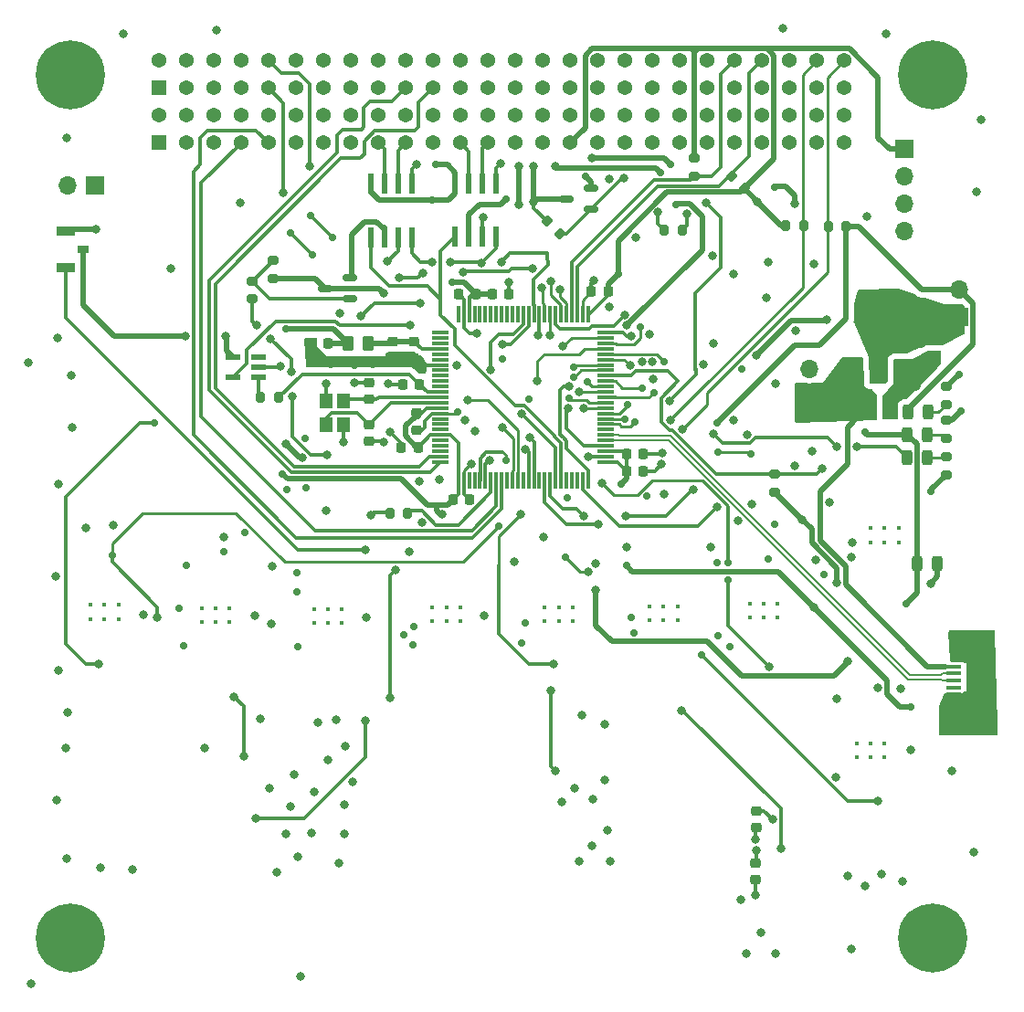
<source format=gbr>
%TF.GenerationSoftware,KiCad,Pcbnew,8.0.5*%
%TF.CreationDate,2024-10-21T02:11:06+05:30*%
%TF.ProjectId,EPS_PDB,4550535f-5044-4422-9e6b-696361645f70,rev?*%
%TF.SameCoordinates,Original*%
%TF.FileFunction,Copper,L4,Bot*%
%TF.FilePolarity,Positive*%
%FSLAX46Y46*%
G04 Gerber Fmt 4.6, Leading zero omitted, Abs format (unit mm)*
G04 Created by KiCad (PCBNEW 8.0.5) date 2024-10-21 02:11:06*
%MOMM*%
%LPD*%
G01*
G04 APERTURE LIST*
G04 Aperture macros list*
%AMRoundRect*
0 Rectangle with rounded corners*
0 $1 Rounding radius*
0 $2 $3 $4 $5 $6 $7 $8 $9 X,Y pos of 4 corners*
0 Add a 4 corners polygon primitive as box body*
4,1,4,$2,$3,$4,$5,$6,$7,$8,$9,$2,$3,0*
0 Add four circle primitives for the rounded corners*
1,1,$1+$1,$2,$3*
1,1,$1+$1,$4,$5*
1,1,$1+$1,$6,$7*
1,1,$1+$1,$8,$9*
0 Add four rect primitives between the rounded corners*
20,1,$1+$1,$2,$3,$4,$5,0*
20,1,$1+$1,$4,$5,$6,$7,0*
20,1,$1+$1,$6,$7,$8,$9,0*
20,1,$1+$1,$8,$9,$2,$3,0*%
G04 Aperture macros list end*
%TA.AperFunction,ComponentPad*%
%ADD10C,0.400000*%
%TD*%
%TA.AperFunction,ComponentPad*%
%ADD11C,6.400000*%
%TD*%
%TA.AperFunction,ComponentPad*%
%ADD12R,1.370000X1.370000*%
%TD*%
%TA.AperFunction,ComponentPad*%
%ADD13C,1.370000*%
%TD*%
%TA.AperFunction,ComponentPad*%
%ADD14R,1.700000X1.700000*%
%TD*%
%TA.AperFunction,ComponentPad*%
%ADD15O,1.700000X1.700000*%
%TD*%
%TA.AperFunction,SMDPad,CuDef*%
%ADD16RoundRect,0.200000X0.275000X-0.200000X0.275000X0.200000X-0.275000X0.200000X-0.275000X-0.200000X0*%
%TD*%
%TA.AperFunction,SMDPad,CuDef*%
%ADD17R,0.558800X1.981200*%
%TD*%
%TA.AperFunction,SMDPad,CuDef*%
%ADD18RoundRect,0.225000X0.250000X-0.225000X0.250000X0.225000X-0.250000X0.225000X-0.250000X-0.225000X0*%
%TD*%
%TA.AperFunction,SMDPad,CuDef*%
%ADD19RoundRect,0.225000X-0.225000X-0.250000X0.225000X-0.250000X0.225000X0.250000X-0.225000X0.250000X0*%
%TD*%
%TA.AperFunction,SMDPad,CuDef*%
%ADD20RoundRect,0.200000X-0.275000X0.200000X-0.275000X-0.200000X0.275000X-0.200000X0.275000X0.200000X0*%
%TD*%
%TA.AperFunction,SMDPad,CuDef*%
%ADD21RoundRect,0.200000X0.200000X0.275000X-0.200000X0.275000X-0.200000X-0.275000X0.200000X-0.275000X0*%
%TD*%
%TA.AperFunction,SMDPad,CuDef*%
%ADD22RoundRect,0.225000X0.225000X0.250000X-0.225000X0.250000X-0.225000X-0.250000X0.225000X-0.250000X0*%
%TD*%
%TA.AperFunction,SMDPad,CuDef*%
%ADD23RoundRect,0.075000X-0.725000X-0.075000X0.725000X-0.075000X0.725000X0.075000X-0.725000X0.075000X0*%
%TD*%
%TA.AperFunction,SMDPad,CuDef*%
%ADD24RoundRect,0.075000X-0.075000X-0.725000X0.075000X-0.725000X0.075000X0.725000X-0.075000X0.725000X0*%
%TD*%
%TA.AperFunction,SMDPad,CuDef*%
%ADD25R,1.473200X0.558800*%
%TD*%
%TA.AperFunction,SMDPad,CuDef*%
%ADD26RoundRect,0.225000X-0.250000X0.225000X-0.250000X-0.225000X0.250000X-0.225000X0.250000X0.225000X0*%
%TD*%
%TA.AperFunction,SMDPad,CuDef*%
%ADD27RoundRect,0.200000X-0.200000X-0.275000X0.200000X-0.275000X0.200000X0.275000X-0.200000X0.275000X0*%
%TD*%
%TA.AperFunction,SMDPad,CuDef*%
%ADD28RoundRect,0.243750X-0.243750X-0.456250X0.243750X-0.456250X0.243750X0.456250X-0.243750X0.456250X0*%
%TD*%
%TA.AperFunction,SMDPad,CuDef*%
%ADD29RoundRect,0.150000X0.512500X0.150000X-0.512500X0.150000X-0.512500X-0.150000X0.512500X-0.150000X0*%
%TD*%
%TA.AperFunction,SMDPad,CuDef*%
%ADD30RoundRect,0.243750X0.243750X0.456250X-0.243750X0.456250X-0.243750X-0.456250X0.243750X-0.456250X0*%
%TD*%
%TA.AperFunction,SMDPad,CuDef*%
%ADD31R,1.400000X0.400000*%
%TD*%
%TA.AperFunction,ComponentPad*%
%ADD32O,1.900000X1.050000*%
%TD*%
%TA.AperFunction,SMDPad,CuDef*%
%ADD33R,1.450000X1.150000*%
%TD*%
%TA.AperFunction,SMDPad,CuDef*%
%ADD34R,1.900000X1.750000*%
%TD*%
%TA.AperFunction,SMDPad,CuDef*%
%ADD35RoundRect,0.200000X0.335876X0.053033X0.053033X0.335876X-0.335876X-0.053033X-0.053033X-0.335876X0*%
%TD*%
%TA.AperFunction,SMDPad,CuDef*%
%ADD36RoundRect,0.250000X0.262500X0.450000X-0.262500X0.450000X-0.262500X-0.450000X0.262500X-0.450000X0*%
%TD*%
%TA.AperFunction,SMDPad,CuDef*%
%ADD37R,1.200000X1.400000*%
%TD*%
%TA.AperFunction,SMDPad,CuDef*%
%ADD38RoundRect,0.375000X0.375000X-0.625000X0.375000X0.625000X-0.375000X0.625000X-0.375000X-0.625000X0*%
%TD*%
%TA.AperFunction,SMDPad,CuDef*%
%ADD39RoundRect,0.500000X1.400000X-0.500000X1.400000X0.500000X-1.400000X0.500000X-1.400000X-0.500000X0*%
%TD*%
%TA.AperFunction,SMDPad,CuDef*%
%ADD40R,1.700000X0.900000*%
%TD*%
%TA.AperFunction,SMDPad,CuDef*%
%ADD41R,1.100000X0.800000*%
%TD*%
%TA.AperFunction,ViaPad*%
%ADD42C,0.700000*%
%TD*%
%TA.AperFunction,ViaPad*%
%ADD43C,0.800000*%
%TD*%
%TA.AperFunction,Conductor*%
%ADD44C,0.500000*%
%TD*%
%TA.AperFunction,Conductor*%
%ADD45C,0.300000*%
%TD*%
%TA.AperFunction,Conductor*%
%ADD46C,0.250000*%
%TD*%
%TA.AperFunction,Conductor*%
%ADD47C,0.200000*%
%TD*%
G04 APERTURE END LIST*
D10*
%TO.P,U17,10*%
%TO.N,N/C*%
X182286999Y-102965000D03*
%TO.P,U17,11*%
X182286999Y-101665000D03*
%TO.P,U17,12*%
X183586999Y-102964999D03*
%TO.P,U17,13*%
X183586999Y-101665001D03*
%TO.P,U17,14*%
X184886999Y-102965000D03*
%TO.P,U17,15*%
X184886999Y-101665000D03*
%TD*%
D11*
%TO.P,H4,1,1*%
%TO.N,GND*%
X119282000Y-132690000D03*
%TD*%
D12*
%TO.P,J4,1,Pin_1*%
%TO.N,/VBUS0*%
X127532000Y-53880000D03*
D13*
%TO.P,J4,2,Pin_2*%
X127532000Y-51340000D03*
%TO.P,J4,3,Pin_3*%
%TO.N,GND*%
X130072000Y-53880000D03*
%TO.P,J4,4,Pin_4*%
X130072000Y-51340000D03*
%TO.P,J4,5,Pin_5*%
%TO.N,/3V3_ANT*%
X132612000Y-53880000D03*
%TO.P,J4,6,Pin_6*%
%TO.N,GND*%
X132612000Y-51340000D03*
%TO.P,J4,7,Pin_7*%
%TO.N,/3V3_ANT*%
X135152000Y-53880000D03*
%TO.P,J4,8,Pin_8*%
%TO.N,GND*%
X135152000Y-51340000D03*
%TO.P,J4,9,Pin_9*%
%TO.N,/ANT_DEPLOY*%
X137692000Y-53880000D03*
%TO.P,J4,10,Pin_10*%
%TO.N,/ANT_DEPLOY_STATUS*%
X137692000Y-51340000D03*
%TO.P,J4,11,Pin_11*%
%TO.N,/CS_ANT*%
X140232000Y-53880000D03*
%TO.P,J4,12,Pin_12*%
%TO.N,unconnected-(J4-Pin_12-Pad12)*%
X140232000Y-51340000D03*
%TO.P,J4,13,Pin_13*%
%TO.N,unconnected-(J4-Pin_13-Pad13)*%
X142772000Y-53880000D03*
%TO.P,J4,14,Pin_14*%
%TO.N,unconnected-(J4-Pin_14-Pad14)*%
X142772000Y-51340000D03*
%TO.P,J4,15,Pin_15*%
%TO.N,unconnected-(J4-Pin_15-Pad15)*%
X145312000Y-53880000D03*
%TO.P,J4,16,Pin_16*%
%TO.N,unconnected-(J4-Pin_16-Pad16)*%
X145312000Y-51340000D03*
%TO.P,J4,17,Pin_17*%
%TO.N,unconnected-(J4-Pin_17-Pad17)*%
X147852000Y-53880000D03*
%TO.P,J4,18,Pin_18*%
%TO.N,unconnected-(J4-Pin_18-Pad18)*%
X147852000Y-51340000D03*
%TO.P,J4,19,Pin_19*%
%TO.N,/HEARTBEAT_OBC*%
X150392000Y-53880000D03*
%TO.P,J4,20,Pin_20*%
%TO.N,unconnected-(J4-Pin_20-Pad20)*%
X150392000Y-51340000D03*
%TO.P,J4,21,Pin_21*%
%TO.N,/HEARTBEAT_ADCS*%
X152932000Y-53880000D03*
%TO.P,J4,22,Pin_22*%
%TO.N,unconnected-(J4-Pin_22-Pad22)*%
X152932000Y-51340000D03*
%TO.P,J4,23,Pin_23*%
%TO.N,GND*%
X155472000Y-53880000D03*
%TO.P,J4,24,Pin_24*%
X155472000Y-51340000D03*
%TO.P,J4,25,Pin_25*%
%TO.N,/5V_PAY*%
X158012000Y-53880000D03*
%TO.P,J4,26,Pin_26*%
X158012000Y-51340000D03*
%TO.P,J4,27,Pin_27*%
%TO.N,GND*%
X160552000Y-53880000D03*
%TO.P,J4,28,Pin_28*%
X160552000Y-51340000D03*
%TO.P,J4,29,Pin_29*%
%TO.N,/5V_OBC*%
X163092000Y-53880000D03*
%TO.P,J4,30,Pin_30*%
X163092000Y-51340000D03*
%TO.P,J4,31,Pin_31*%
%TO.N,/12V_ADCS*%
X165632000Y-53880000D03*
%TO.P,J4,32,Pin_32*%
X165632000Y-51340000D03*
%TO.P,J4,33,Pin_33*%
%TO.N,unconnected-(J4-Pin_33-Pad33)*%
X168172000Y-53880000D03*
%TO.P,J4,34,Pin_34*%
%TO.N,unconnected-(J4-Pin_34-Pad34)*%
X168172000Y-51340000D03*
%TO.P,J4,35,Pin_35*%
%TO.N,unconnected-(J4-Pin_35-Pad35)*%
X170712000Y-53880000D03*
%TO.P,J4,36,Pin_36*%
%TO.N,unconnected-(J4-Pin_36-Pad36)*%
X170712000Y-51340000D03*
%TO.P,J4,37,Pin_37*%
%TO.N,/5V_ADCS*%
X173252000Y-53880000D03*
%TO.P,J4,38,Pin_38*%
X173252000Y-51340000D03*
%TO.P,J4,39,Pin_39*%
%TO.N,/3V3_ADCS*%
X175792000Y-53880000D03*
%TO.P,J4,40,Pin_40*%
X175792000Y-51340000D03*
%TO.P,J4,41,Pin_41*%
%TO.N,unconnected-(J4-Pin_41-Pad41)*%
X178332000Y-53880000D03*
%TO.P,J4,42,Pin_42*%
%TO.N,GND*%
X178332000Y-51340000D03*
%TO.P,J4,43,Pin_43*%
%TO.N,unconnected-(J4-Pin_43-Pad43)*%
X180872000Y-53880000D03*
%TO.P,J4,44,Pin_44*%
%TO.N,/I2C2_SCL*%
X180872000Y-51340000D03*
%TO.P,J4,45,Pin_45*%
%TO.N,unconnected-(J4-Pin_45-Pad45)*%
X183412000Y-53880000D03*
%TO.P,J4,46,Pin_46*%
%TO.N,/I2C2_SDA*%
X183412000Y-51340000D03*
%TO.P,J4,47,Pin_47*%
%TO.N,unconnected-(J4-Pin_47-Pad47)*%
X185952000Y-53880000D03*
%TO.P,J4,48,Pin_48*%
%TO.N,GND*%
X185952000Y-51340000D03*
%TO.P,J4,49,Pin_49*%
%TO.N,unconnected-(J4-Pin_49-Pad49)*%
X188492000Y-53880000D03*
%TO.P,J4,50,Pin_50*%
%TO.N,/I2C1_SCL*%
X188492000Y-51340000D03*
%TO.P,J4,51,Pin_51*%
%TO.N,unconnected-(J4-Pin_51-Pad51)*%
X191032000Y-53880000D03*
%TO.P,J4,52,Pin_52*%
%TO.N,/I2C1_SDA*%
X191032000Y-51340000D03*
%TD*%
D11*
%TO.P,H3,1,1*%
%TO.N,GND*%
X199282000Y-132690000D03*
%TD*%
D12*
%TO.P,J3,1,Pin_1*%
%TO.N,/VBUS0*%
X127532000Y-58960000D03*
D13*
%TO.P,J3,2,Pin_2*%
X127532000Y-56420000D03*
%TO.P,J3,3,Pin_3*%
%TO.N,GND*%
X130072000Y-58960000D03*
%TO.P,J3,4,Pin_4*%
X130072000Y-56420000D03*
%TO.P,J3,5,Pin_5*%
%TO.N,/RST_CC*%
X132612000Y-58960000D03*
%TO.P,J3,6,Pin_6*%
%TO.N,unconnected-(J3-Pin_6-Pad6)*%
X132612000Y-56420000D03*
%TO.P,J3,7,Pin_7*%
%TO.N,/UART1_RX*%
X135152000Y-58960000D03*
%TO.P,J3,8,Pin_8*%
%TO.N,unconnected-(J3-Pin_8-Pad8)*%
X135152000Y-56420000D03*
%TO.P,J3,9,Pin_9*%
%TO.N,/UART1_TX*%
X137692000Y-58960000D03*
%TO.P,J3,10,Pin_10*%
%TO.N,unconnected-(J3-Pin_10-Pad10)*%
X137692000Y-56420000D03*
%TO.P,J3,11,Pin_11*%
%TO.N,/UART1_RTS*%
X140232000Y-58960000D03*
%TO.P,J3,12,Pin_12*%
%TO.N,unconnected-(J3-Pin_12-Pad12)*%
X140232000Y-56420000D03*
%TO.P,J3,13,Pin_13*%
%TO.N,/UART1_CTS*%
X142772000Y-58960000D03*
%TO.P,J3,14,Pin_14*%
%TO.N,unconnected-(J3-Pin_14-Pad14)*%
X142772000Y-56420000D03*
%TO.P,J3,15,Pin_15*%
%TO.N,GND*%
X145312000Y-58960000D03*
%TO.P,J3,16,Pin_16*%
%TO.N,unconnected-(J3-Pin_16-Pad16)*%
X145312000Y-56420000D03*
%TO.P,J3,17,Pin_17*%
%TO.N,/CAN_A_L*%
X147852000Y-58960000D03*
%TO.P,J3,18,Pin_18*%
%TO.N,unconnected-(J3-Pin_18-Pad18)*%
X147852000Y-56420000D03*
%TO.P,J3,19,Pin_19*%
%TO.N,/CAN_A_H*%
X150392000Y-58960000D03*
%TO.P,J3,20,Pin_20*%
%TO.N,unconnected-(J3-Pin_20-Pad20)*%
X150392000Y-56420000D03*
%TO.P,J3,21,Pin_21*%
%TO.N,GND*%
X152932000Y-58960000D03*
%TO.P,J3,22,Pin_22*%
%TO.N,unconnected-(J3-Pin_22-Pad22)*%
X152932000Y-56420000D03*
%TO.P,J3,23,Pin_23*%
%TO.N,/CAN_B_L*%
X155472000Y-58960000D03*
%TO.P,J3,24,Pin_24*%
%TO.N,unconnected-(J3-Pin_24-Pad24)*%
X155472000Y-56420000D03*
%TO.P,J3,25,Pin_25*%
%TO.N,/CAN_B_H*%
X158012000Y-58960000D03*
%TO.P,J3,26,Pin_26*%
%TO.N,unconnected-(J3-Pin_26-Pad26)*%
X158012000Y-56420000D03*
%TO.P,J3,27,Pin_27*%
%TO.N,GND*%
X160552000Y-58960000D03*
%TO.P,J3,28,Pin_28*%
%TO.N,unconnected-(J3-Pin_28-Pad28)*%
X160552000Y-56420000D03*
%TO.P,J3,29,Pin_29*%
%TO.N,5V_EPS*%
X163092000Y-58960000D03*
%TO.P,J3,30,Pin_30*%
X163092000Y-56420000D03*
%TO.P,J3,31,Pin_31*%
%TO.N,3V3_EPS*%
X165632000Y-58960000D03*
%TO.P,J3,32,Pin_32*%
X165632000Y-56420000D03*
%TO.P,J3,33,Pin_33*%
%TO.N,unconnected-(J3-Pin_33-Pad33)*%
X168172000Y-58960000D03*
%TO.P,J3,34,Pin_34*%
%TO.N,unconnected-(J3-Pin_34-Pad34)*%
X168172000Y-56420000D03*
%TO.P,J3,35,Pin_35*%
%TO.N,/UART0_CTS*%
X170712000Y-58960000D03*
%TO.P,J3,36,Pin_36*%
%TO.N,unconnected-(J3-Pin_36-Pad36)*%
X170712000Y-56420000D03*
%TO.P,J3,37,Pin_37*%
%TO.N,/UART0_RTS*%
X173252000Y-58960000D03*
%TO.P,J3,38,Pin_38*%
%TO.N,unconnected-(J3-Pin_38-Pad38)*%
X173252000Y-56420000D03*
%TO.P,J3,39,Pin_39*%
%TO.N,/UART0_RX*%
X175792000Y-58960000D03*
%TO.P,J3,40,Pin_40*%
%TO.N,unconnected-(J3-Pin_40-Pad40)*%
X175792000Y-56420000D03*
%TO.P,J3,41,Pin_41*%
%TO.N,/UART0_TX*%
X178332000Y-58960000D03*
%TO.P,J3,42,Pin_42*%
%TO.N,unconnected-(J3-Pin_42-Pad42)*%
X178332000Y-56420000D03*
%TO.P,J3,43,Pin_43*%
%TO.N,unconnected-(J3-Pin_43-Pad43)*%
X180872000Y-58960000D03*
%TO.P,J3,44,Pin_44*%
%TO.N,unconnected-(J3-Pin_44-Pad44)*%
X180872000Y-56420000D03*
%TO.P,J3,45,Pin_45*%
%TO.N,unconnected-(J3-Pin_45-Pad45)*%
X183412000Y-58960000D03*
%TO.P,J3,46,Pin_46*%
%TO.N,unconnected-(J3-Pin_46-Pad46)*%
X183412000Y-56420000D03*
%TO.P,J3,47,Pin_47*%
%TO.N,/5V_COMM*%
X185952000Y-58960000D03*
%TO.P,J3,48,Pin_48*%
%TO.N,unconnected-(J3-Pin_48-Pad48)*%
X185952000Y-56420000D03*
%TO.P,J3,49,Pin_49*%
%TO.N,/5V_COMM*%
X188492000Y-58960000D03*
%TO.P,J3,50,Pin_50*%
%TO.N,unconnected-(J3-Pin_50-Pad50)*%
X188492000Y-56420000D03*
%TO.P,J3,51,Pin_51*%
%TO.N,unconnected-(J3-Pin_51-Pad51)*%
X191032000Y-58960000D03*
%TO.P,J3,52,Pin_52*%
%TO.N,unconnected-(J3-Pin_52-Pad52)*%
X191032000Y-56420000D03*
%TD*%
D10*
%TO.P,U10,10*%
%TO.N,N/C*%
X152882000Y-103289999D03*
%TO.P,U10,11*%
X152882000Y-101989999D03*
%TO.P,U10,12*%
X154182000Y-103289998D03*
%TO.P,U10,13*%
X154182000Y-101990000D03*
%TO.P,U10,14*%
X155482000Y-103289999D03*
%TO.P,U10,15*%
X155482000Y-101989999D03*
%TD*%
D11*
%TO.P,H2,1,1*%
%TO.N,GND*%
X199282000Y-52690000D03*
%TD*%
D14*
%TO.P,JP1,1,A*%
%TO.N,VUSB*%
X187792000Y-82435000D03*
D15*
%TO.P,JP1,2,B*%
%TO.N,5V_EPS*%
X187792000Y-79895000D03*
%TD*%
D10*
%TO.P,U9,10*%
%TO.N,N/C*%
X131482000Y-103390000D03*
%TO.P,U9,11*%
X131482000Y-102090000D03*
%TO.P,U9,12*%
X132782000Y-103389999D03*
%TO.P,U9,13*%
X132782000Y-102090001D03*
%TO.P,U9,14*%
X134082000Y-103390000D03*
%TO.P,U9,15*%
X134082000Y-102090000D03*
%TD*%
%TO.P,U13,10*%
%TO.N,N/C*%
X172982000Y-103190000D03*
%TO.P,U13,11*%
X172982000Y-101890000D03*
%TO.P,U13,12*%
X174282000Y-103189999D03*
%TO.P,U13,13*%
X174282000Y-101890001D03*
%TO.P,U13,14*%
X175582000Y-103190000D03*
%TO.P,U13,15*%
X175582000Y-101890000D03*
%TD*%
%TO.P,U16,10*%
%TO.N,N/C*%
X193482000Y-95990000D03*
%TO.P,U16,11*%
X193482000Y-94690000D03*
%TO.P,U16,12*%
X194782000Y-95989999D03*
%TO.P,U16,13*%
X194782000Y-94690001D03*
%TO.P,U16,14*%
X196082000Y-95990000D03*
%TO.P,U16,15*%
X196082000Y-94690000D03*
%TD*%
%TO.P,U18,10*%
%TO.N,N/C*%
X192182000Y-115889999D03*
%TO.P,U18,11*%
X192182000Y-114589999D03*
%TO.P,U18,12*%
X193482000Y-115889998D03*
%TO.P,U18,13*%
X193482000Y-114590000D03*
%TO.P,U18,14*%
X194782000Y-115889999D03*
%TO.P,U18,15*%
X194782000Y-114589999D03*
%TD*%
D14*
%TO.P,J2,1,Pin_1*%
%TO.N,3V3_EPS*%
X196632000Y-59550001D03*
D15*
%TO.P,J2,2,Pin_2*%
%TO.N,/SWDIO*%
X196632000Y-62090001D03*
%TO.P,J2,3,Pin_3*%
%TO.N,/SWCLK*%
X196632000Y-64630000D03*
%TO.P,J2,4,Pin_4*%
%TO.N,GND*%
X196632000Y-67170001D03*
%TD*%
D10*
%TO.P,U12,10*%
%TO.N,N/C*%
X163282000Y-103290000D03*
%TO.P,U12,11*%
X163282000Y-101990000D03*
%TO.P,U12,12*%
X164582000Y-103290000D03*
%TO.P,U12,13*%
X164582000Y-101990000D03*
%TO.P,U12,14*%
X165882000Y-103290000D03*
%TO.P,U12,15*%
X165882000Y-101990000D03*
%TD*%
%TO.P,U7,10*%
%TO.N,N/C*%
X121182000Y-103090000D03*
%TO.P,U7,11*%
X121182000Y-101790000D03*
%TO.P,U7,12*%
X122482000Y-103089999D03*
%TO.P,U7,13*%
X122482000Y-101790001D03*
%TO.P,U7,14*%
X123782000Y-103090000D03*
%TO.P,U7,15*%
X123782000Y-101790000D03*
%TD*%
D11*
%TO.P,H1,1,1*%
%TO.N,GND*%
X119282000Y-52690000D03*
%TD*%
D10*
%TO.P,U6,10*%
%TO.N,N/C*%
X141882000Y-103490000D03*
%TO.P,U6,11*%
X141882000Y-102190000D03*
%TO.P,U6,12*%
X143182000Y-103489999D03*
%TO.P,U6,13*%
X143182000Y-102190001D03*
%TO.P,U6,14*%
X144482000Y-103490000D03*
%TO.P,U6,15*%
X144482000Y-102190000D03*
%TD*%
D14*
%TO.P,JP2,1,A*%
%TO.N,/VBUS0*%
X121592000Y-62940000D03*
D15*
%TO.P,JP2,2,B*%
%TO.N,/VBUS*%
X119052000Y-62940000D03*
%TD*%
D14*
%TO.P,JP3,1,A*%
%TO.N,/3V3_LDO*%
X201682000Y-75090000D03*
D15*
%TO.P,JP3,2,B*%
%TO.N,3V3_EPS*%
X201682000Y-72550000D03*
%TD*%
D16*
%TO.P,R1,1*%
%TO.N,Net-(D1-K)*%
X200482000Y-86315000D03*
%TO.P,R1,2*%
%TO.N,GND*%
X200482000Y-84665000D03*
%TD*%
D17*
%TO.P,U2,1,TXD*%
%TO.N,/EPS Control Unit/CAN_TX*%
X150947000Y-67693800D03*
%TO.P,U2,2,GND*%
%TO.N,GND*%
X149677000Y-67693800D03*
%TO.P,U2,3,VCC*%
%TO.N,Net-(Q1-D)*%
X148407000Y-67693800D03*
%TO.P,U2,4,RXD*%
%TO.N,/EPS Control Unit/CAN_RX*%
X147137000Y-67693800D03*
%TO.P,U2,5,VRXD*%
%TO.N,3V3_EPS*%
X147137000Y-62766200D03*
%TO.P,U2,6,CANL*%
%TO.N,/CAN_A_L*%
X148407000Y-62766200D03*
%TO.P,U2,7,CANH*%
%TO.N,/CAN_A_H*%
X149677000Y-62766200D03*
%TO.P,U2,8,S*%
%TO.N,GND*%
X150947000Y-62766200D03*
%TD*%
D18*
%TO.P,C16,1*%
%TO.N,/EPS Control Unit/HSE_OUT*%
X146992000Y-82735000D03*
%TO.P,C16,2*%
%TO.N,GND*%
X146992000Y-81185000D03*
%TD*%
D19*
%TO.P,C10,1*%
%TO.N,3V3_EPS*%
X170887000Y-87790000D03*
%TO.P,C10,2*%
%TO.N,GND*%
X172437000Y-87790000D03*
%TD*%
%TO.P,C1,1*%
%TO.N,VUSB*%
X193517000Y-83160000D03*
%TO.P,C1,2*%
%TO.N,GND*%
X195067000Y-83160000D03*
%TD*%
D20*
%TO.P,R23,1,1*%
%TO.N,/FLT_5V_ADCS*%
X184632000Y-89665000D03*
%TO.P,R23,2,2*%
%TO.N,3V3_EPS*%
X184632000Y-91315000D03*
%TD*%
D21*
%TO.P,R8,1*%
%TO.N,3V3_EPS*%
X191207000Y-66690000D03*
%TO.P,R8,2*%
%TO.N,/I2C1_SDA*%
X189557000Y-66690000D03*
%TD*%
D22*
%TO.P,C13,1*%
%TO.N,3V3_EPS*%
X143167000Y-77535000D03*
%TO.P,C13,2*%
%TO.N,GND*%
X141617000Y-77535000D03*
%TD*%
D23*
%TO.P,U4,1,PE2*%
%TO.N,/HEARTBEAT_OBC*%
X153612000Y-88540000D03*
%TO.P,U4,2,PE3*%
%TO.N,/HEARTBEAT_ADCS*%
X153612000Y-88040000D03*
%TO.P,U4,3,PE4*%
%TO.N,unconnected-(U4-PE4-Pad3)*%
X153612000Y-87540000D03*
%TO.P,U4,4,PE5*%
%TO.N,unconnected-(U4-PE5-Pad4)*%
X153612000Y-87040000D03*
%TO.P,U4,5,PE6*%
%TO.N,unconnected-(U4-PE6-Pad5)*%
X153612000Y-86540000D03*
%TO.P,U4,6,VBAT*%
%TO.N,3V3_EPS*%
X153612000Y-86040000D03*
%TO.P,U4,7,PC13*%
%TO.N,unconnected-(U4-PC13-Pad7)*%
X153612000Y-85540000D03*
%TO.P,U4,8,PC14*%
%TO.N,unconnected-(U4-PC14-Pad8)*%
X153612000Y-85040000D03*
%TO.P,U4,9,PC15*%
%TO.N,unconnected-(U4-PC15-Pad9)*%
X153612000Y-84540000D03*
%TO.P,U4,10,VSS*%
%TO.N,GND*%
X153612000Y-84040000D03*
%TO.P,U4,11,VDD*%
%TO.N,3V3_EPS*%
X153612000Y-83540000D03*
%TO.P,U4,12,PH0*%
%TO.N,/EPS Control Unit/HSE_IN*%
X153612000Y-83040000D03*
%TO.P,U4,13,PH1*%
%TO.N,/EPS Control Unit/HSE_OUT*%
X153612000Y-82540000D03*
%TO.P,U4,14,NRST*%
%TO.N,/EPS Control Unit/NRST*%
X153612000Y-82040000D03*
%TO.P,U4,15,PC0*%
%TO.N,unconnected-(U4-PC0-Pad15)*%
X153612000Y-81540000D03*
%TO.P,U4,16,PC1*%
%TO.N,unconnected-(U4-PC1-Pad16)*%
X153612000Y-81040000D03*
%TO.P,U4,17,PC2*%
%TO.N,unconnected-(U4-PC2-Pad17)*%
X153612000Y-80540000D03*
%TO.P,U4,18,PC3*%
%TO.N,unconnected-(U4-PC3-Pad18)*%
X153612000Y-80040000D03*
%TO.P,U4,19,VSSA*%
%TO.N,GND*%
X153612000Y-79540000D03*
%TO.P,U4,20,VREF-*%
%TO.N,unconnected-(U4-VREF--Pad20)*%
X153612000Y-79040000D03*
%TO.P,U4,21,VREF+*%
%TO.N,unconnected-(U4-VREF+-Pad21)*%
X153612000Y-78540000D03*
%TO.P,U4,22,VDDA*%
%TO.N,+3.3VA*%
X153612000Y-78040000D03*
%TO.P,U4,23,PA0*%
%TO.N,unconnected-(U4-PA0-Pad23)*%
X153612000Y-77540000D03*
%TO.P,U4,24,PA1*%
%TO.N,unconnected-(U4-PA1-Pad24)*%
X153612000Y-77040000D03*
%TO.P,U4,25,PA2*%
%TO.N,/EPS Control Unit/UART2_TX*%
X153612000Y-76540000D03*
D24*
%TO.P,U4,26,PA3*%
%TO.N,/EPS Control Unit/UART2_RX*%
X155287000Y-74865000D03*
%TO.P,U4,27,VSS*%
%TO.N,GND*%
X155787000Y-74865000D03*
%TO.P,U4,28,VDD*%
%TO.N,3V3_EPS*%
X156287000Y-74865000D03*
%TO.P,U4,29,PA4*%
%TO.N,unconnected-(U4-PA4-Pad29)*%
X156787000Y-74865000D03*
%TO.P,U4,30,PA5*%
%TO.N,unconnected-(U4-PA5-Pad30)*%
X157287000Y-74865000D03*
%TO.P,U4,31,PA6*%
%TO.N,unconnected-(U4-PA6-Pad31)*%
X157787000Y-74865000D03*
%TO.P,U4,32,PA7*%
%TO.N,unconnected-(U4-PA7-Pad32)*%
X158287000Y-74865000D03*
%TO.P,U4,33,PC4*%
%TO.N,unconnected-(U4-PC4-Pad33)*%
X158787000Y-74865000D03*
%TO.P,U4,34,PC5*%
%TO.N,unconnected-(U4-PC5-Pad34)*%
X159287000Y-74865000D03*
%TO.P,U4,35,PB0*%
%TO.N,unconnected-(U4-PB0-Pad35)*%
X159787000Y-74865000D03*
%TO.P,U4,36,PB1*%
%TO.N,unconnected-(U4-PB1-Pad36)*%
X160287000Y-74865000D03*
%TO.P,U4,37,PB2*%
%TO.N,unconnected-(U4-PB2-Pad37)*%
X160787000Y-74865000D03*
%TO.P,U4,38,PE7*%
%TO.N,/EPS Control Unit/WDI*%
X161287000Y-74865000D03*
%TO.P,U4,39,PE8*%
%TO.N,/STATUS_5V*%
X161787000Y-74865000D03*
%TO.P,U4,40,PE9*%
%TO.N,/STATUS_3V3*%
X162287000Y-74865000D03*
%TO.P,U4,41,PE10*%
%TO.N,/SHDN_12V*%
X162787000Y-74865000D03*
%TO.P,U4,42,PE11*%
%TO.N,/RDY_ADC*%
X163287000Y-74865000D03*
%TO.P,U4,43,PE12*%
%TO.N,/SPI_CS*%
X163787000Y-74865000D03*
%TO.P,U4,44,PE13*%
%TO.N,/SPI_SCLK*%
X164287000Y-74865000D03*
%TO.P,U4,45,PE14*%
%TO.N,/SPI_MISO*%
X164787000Y-74865000D03*
%TO.P,U4,46,PE15*%
%TO.N,/SPI_MOSI*%
X165287000Y-74865000D03*
%TO.P,U4,47,PB10*%
%TO.N,/I2C2_SCL*%
X165787000Y-74865000D03*
%TO.P,U4,48,PB11*%
%TO.N,/I2C2_SDA*%
X166287000Y-74865000D03*
%TO.P,U4,49,VSS*%
%TO.N,GND*%
X166787000Y-74865000D03*
%TO.P,U4,50,VDD*%
%TO.N,3V3_EPS*%
X167287000Y-74865000D03*
D23*
%TO.P,U4,51,PB12*%
%TO.N,/FLT_5V_PAY*%
X168962000Y-76540000D03*
%TO.P,U4,52,PB13*%
%TO.N,/EN_5V_PAY*%
X168962000Y-77040000D03*
%TO.P,U4,53,PB14*%
%TO.N,/FLT_5V_EPS*%
X168962000Y-77540000D03*
%TO.P,U4,54,PB15*%
%TO.N,/EN_5V_EPS*%
X168962000Y-78040000D03*
%TO.P,U4,55,PD8*%
%TO.N,/FLT_12V_ADCS*%
X168962000Y-78540000D03*
%TO.P,U4,56,PD9*%
%TO.N,/EN_12V_ADCS*%
X168962000Y-79040000D03*
%TO.P,U4,57,PD10*%
%TO.N,/FLT_3V3_ADCS*%
X168962000Y-79540000D03*
%TO.P,U4,58,PD11*%
%TO.N,/EN_3V3_ADCS*%
X168962000Y-80040000D03*
%TO.P,U4,59,PD12*%
%TO.N,/FLT_5V_ADCS*%
X168962000Y-80540000D03*
%TO.P,U4,60,PD13*%
%TO.N,/EN_5V_ADCS*%
X168962000Y-81040000D03*
%TO.P,U4,61,PD14*%
%TO.N,/FLT_5V_OBC*%
X168962000Y-81540000D03*
%TO.P,U4,62,PD15*%
%TO.N,/EN_5V_OBC*%
X168962000Y-82040000D03*
%TO.P,U4,63,PC6*%
%TO.N,/EPS Control Unit/EPS_LED*%
X168962000Y-82540000D03*
%TO.P,U4,64,PC7*%
%TO.N,/FLT_3V3_EPS*%
X168962000Y-83040000D03*
%TO.P,U4,65,PC8*%
%TO.N,/EN_5V_COMM*%
X168962000Y-83540000D03*
%TO.P,U4,66,PC9*%
%TO.N,/FLT_5V_COMM*%
X168962000Y-84040000D03*
%TO.P,U4,67,PA8*%
%TO.N,/EN_3V3_ANT*%
X168962000Y-84540000D03*
%TO.P,U4,68,PA9*%
%TO.N,/FLT_3V3_ANT*%
X168962000Y-85040000D03*
%TO.P,U4,69,PA10*%
%TO.N,unconnected-(U4-PA10-Pad69)*%
X168962000Y-85540000D03*
%TO.P,U4,70,PA11*%
%TO.N,/USB_D-*%
X168962000Y-86040000D03*
%TO.P,U4,71,PA12*%
%TO.N,/USB_D+*%
X168962000Y-86540000D03*
%TO.P,U4,72,PA13*%
%TO.N,/SWDIO*%
X168962000Y-87040000D03*
%TO.P,U4,73,VDDUSB*%
%TO.N,3V3_EPS*%
X168962000Y-87540000D03*
%TO.P,U4,74,VSS*%
%TO.N,GND*%
X168962000Y-88040000D03*
%TO.P,U4,75,VDD*%
%TO.N,3V3_EPS*%
X168962000Y-88540000D03*
D24*
%TO.P,U4,76,PA14*%
%TO.N,/SWCLK*%
X167287000Y-90215000D03*
%TO.P,U4,77,PA15*%
%TO.N,/RESET_ADC*%
X166787000Y-90215000D03*
%TO.P,U4,78,PC10*%
%TO.N,unconnected-(U4-PC10-Pad78)*%
X166287000Y-90215000D03*
%TO.P,U4,79,PC11*%
%TO.N,unconnected-(U4-PC11-Pad79)*%
X165787000Y-90215000D03*
%TO.P,U4,80,PC12*%
%TO.N,unconnected-(U4-PC12-Pad80)*%
X165287000Y-90215000D03*
%TO.P,U4,81,PD0*%
%TO.N,/EPS Control Unit/CAN_RX*%
X164787000Y-90215000D03*
%TO.P,U4,82,PD1*%
%TO.N,/EPS Control Unit/CAN_TX*%
X164287000Y-90215000D03*
%TO.P,U4,83,PD2*%
%TO.N,/EPS Control Unit/CAN_SW_A*%
X163787000Y-90215000D03*
%TO.P,U4,84,PD3*%
%TO.N,/EPS Control Unit/CAN_SW_B*%
X163287000Y-90215000D03*
%TO.P,U4,85,PD4*%
%TO.N,unconnected-(U4-PD4-Pad85)*%
X162787000Y-90215000D03*
%TO.P,U4,86,PD5*%
%TO.N,/ANT_DEPLOY_STATUS*%
X162287000Y-90215000D03*
%TO.P,U4,87,PD6*%
%TO.N,/ANT_DEPLOY*%
X161787000Y-90215000D03*
%TO.P,U4,88,PD7*%
%TO.N,unconnected-(U4-PD7-Pad88)*%
X161287000Y-90215000D03*
%TO.P,U4,89,PB3*%
%TO.N,/UART1_RTS*%
X160787000Y-90215000D03*
%TO.P,U4,90,PB4*%
%TO.N,/UART1_CTS*%
X160287000Y-90215000D03*
%TO.P,U4,91,PB5*%
%TO.N,unconnected-(U4-PB5-Pad91)*%
X159787000Y-90215000D03*
%TO.P,U4,92,PB6*%
%TO.N,/UART1_TX*%
X159287000Y-90215000D03*
%TO.P,U4,93,PB7*%
%TO.N,/UART1_RX*%
X158787000Y-90215000D03*
%TO.P,U4,94,BOOT0*%
%TO.N,/EPS Control Unit/BOOT0*%
X158287000Y-90215000D03*
%TO.P,U4,95,PB8*%
%TO.N,/I2C1_SCL*%
X157787000Y-90215000D03*
%TO.P,U4,96,PB9*%
%TO.N,/I2C1_SDA*%
X157287000Y-90215000D03*
%TO.P,U4,97,PE0*%
%TO.N,unconnected-(U4-PE0-Pad97)*%
X156787000Y-90215000D03*
%TO.P,U4,98,PE1*%
%TO.N,unconnected-(U4-PE1-Pad98)*%
X156287000Y-90215000D03*
%TO.P,U4,99,VSS*%
%TO.N,GND*%
X155787000Y-90215000D03*
%TO.P,U4,100,VDD*%
%TO.N,3V3_EPS*%
X155287000Y-90215000D03*
%TD*%
D25*
%TO.P,U5,1,\u002ARESET*%
%TO.N,unconnected-(U5-\u002ARESET-Pad1)*%
X136785800Y-78809999D03*
%TO.P,U5,2,GND*%
%TO.N,GND*%
X136785800Y-79760000D03*
%TO.P,U5,3,RESET*%
%TO.N,/EPS Control Unit/WDI_RESET*%
X136785800Y-80710001D03*
%TO.P,U5,4,WDI*%
%TO.N,/EPS Control Unit/WDI*%
X134398200Y-80710001D03*
%TO.P,U5,5,VDD*%
%TO.N,3V3_EPS*%
X134398200Y-78809999D03*
%TD*%
D26*
%TO.P,C5,1*%
%TO.N,3V3_EPS*%
X151382000Y-84015000D03*
%TO.P,C5,2*%
%TO.N,GND*%
X151382000Y-85565000D03*
%TD*%
D22*
%TO.P,C4,1*%
%TO.N,3V3_EPS*%
X151542000Y-87160000D03*
%TO.P,C4,2*%
%TO.N,GND*%
X149992000Y-87160000D03*
%TD*%
D27*
%TO.P,R5,1*%
%TO.N,/EPS Control Unit/SW_BOOT0*%
X148937000Y-93320000D03*
%TO.P,R5,2*%
%TO.N,/EPS Control Unit/BOOT0*%
X150587000Y-93320000D03*
%TD*%
D28*
%TO.P,D5,1,K*%
%TO.N,5V_EPS*%
X197794499Y-97990000D03*
%TO.P,D5,2,A*%
%TO.N,GND*%
X199669501Y-97990000D03*
%TD*%
D18*
%TO.P,C28,1*%
%TO.N,GND*%
X182832000Y-127265000D03*
%TO.P,C28,2*%
%TO.N,Net-(U11-SS)*%
X182832000Y-125715000D03*
%TD*%
D29*
%TO.P,Q1,1,D*%
%TO.N,Net-(Q1-D)*%
X145182000Y-71490002D03*
%TO.P,Q1,2,G*%
%TO.N,/EPS Control Unit/PMOS1_GATE*%
X145182000Y-73390000D03*
%TO.P,Q1,3,S*%
%TO.N,5V_EPS*%
X142907000Y-72440001D03*
%TD*%
D26*
%TO.P,C24,1*%
%TO.N,GND*%
X182932000Y-120865000D03*
%TO.P,C24,2*%
%TO.N,Net-(U11-BYP)*%
X182932000Y-122415000D03*
%TD*%
D21*
%TO.P,R7,1*%
%TO.N,/EPS Control Unit/CAN_SW_B*%
X176032000Y-67040000D03*
%TO.P,R7,2*%
%TO.N,/EPS Control Unit/PMOS2_GATE*%
X174382000Y-67040000D03*
%TD*%
D29*
%TO.P,Q2,1,D*%
%TO.N,Net-(Q2-D)*%
X167582000Y-63190002D03*
%TO.P,Q2,2,G*%
%TO.N,/EPS Control Unit/PMOS2_GATE*%
X167582000Y-65090000D03*
%TO.P,Q2,3,S*%
%TO.N,5V_EPS*%
X165307000Y-64140001D03*
%TD*%
D30*
%TO.P,3V3_LED,1,K*%
%TO.N,Net-(D1-K)*%
X198757002Y-85990000D03*
%TO.P,3V3_LED,2,A*%
%TO.N,5V_EPS*%
X196882000Y-85990000D03*
%TD*%
D26*
%TO.P,C2,1*%
%TO.N,/3V3_LDO*%
X199282000Y-77240000D03*
%TO.P,C2,2*%
%TO.N,GND*%
X199282000Y-78790000D03*
%TD*%
D31*
%TO.P,J1,1,VBUS*%
%TO.N,VUSB*%
X201182000Y-107490000D03*
%TO.P,J1,2,D-*%
%TO.N,/USB_D-*%
X201182000Y-108140000D03*
%TO.P,J1,3,D+*%
%TO.N,/USB_D+*%
X201182000Y-108790000D03*
%TO.P,J1,4,ID*%
%TO.N,unconnected-(J1-ID-Pad4)*%
X201182000Y-109440000D03*
%TO.P,J1,5,GND*%
%TO.N,GND*%
X201182000Y-110090000D03*
D32*
%TO.P,J1,6,Shield*%
X203832000Y-105215000D03*
D33*
X201602000Y-106470000D03*
D34*
X203832000Y-107665000D03*
X203832000Y-109915000D03*
D33*
X201602000Y-111110000D03*
D32*
X203832000Y-112365000D03*
%TD*%
D35*
%TO.P,R6,1*%
%TO.N,/EPS Control Unit/PMOS2_GATE*%
X164665363Y-67373363D03*
%TO.P,R6,2*%
%TO.N,5V_EPS*%
X163498637Y-66206637D03*
%TD*%
D20*
%TO.P,R12,1*%
%TO.N,Net-(D3-K)*%
X200482000Y-88065000D03*
%TO.P,R12,2*%
%TO.N,GND*%
X200482000Y-89715000D03*
%TD*%
%TO.P,R3,1*%
%TO.N,/EPS Control Unit/PMOS1_GATE*%
X138082000Y-69865000D03*
%TO.P,R3,2*%
%TO.N,5V_EPS*%
X138082000Y-71515000D03*
%TD*%
D36*
%TO.P,120R1,1*%
%TO.N,+3.3VA*%
X146904500Y-77535000D03*
%TO.P,120R1,2*%
%TO.N,3V3_EPS*%
X145079500Y-77535000D03*
%TD*%
D16*
%TO.P,R2,1*%
%TO.N,/LED_CATHODE*%
X200482000Y-83190000D03*
%TO.P,R2,2*%
%TO.N,GND*%
X200482000Y-81540000D03*
%TD*%
D35*
%TO.P,R11,1*%
%TO.N,3V3_EPS*%
X181782000Y-63190000D03*
%TO.P,R11,2*%
%TO.N,/I2C2_SDA*%
X180615274Y-62023274D03*
%TD*%
D30*
%TO.P,5V_LED,1,K*%
%TO.N,/LED_CATHODE*%
X198857002Y-83890000D03*
%TO.P,5V_LED,2,A*%
%TO.N,3V3_EPS*%
X196982000Y-83890000D03*
%TD*%
%TO.P,HEARTBEAT,1,K*%
%TO.N,Net-(D3-K)*%
X198719501Y-88090000D03*
%TO.P,HEARTBEAT,2,A*%
%TO.N,/EPS Control Unit/EPS_LED*%
X196844499Y-88090000D03*
%TD*%
D27*
%TO.P,R9,1*%
%TO.N,3V3_EPS*%
X185632000Y-66590000D03*
%TO.P,R9,2*%
%TO.N,/I2C1_SCL*%
X187282000Y-66590000D03*
%TD*%
D26*
%TO.P,C12,1*%
%TO.N,+3.3VA*%
X149192000Y-77360000D03*
%TO.P,C12,2*%
%TO.N,GND*%
X149192000Y-78910000D03*
%TD*%
D27*
%TO.P,R13,1*%
%TO.N,/EPS Control Unit/WDI_RESET*%
X136967000Y-82560000D03*
%TO.P,R13,2*%
%TO.N,/EPS Control Unit/NRST*%
X138617000Y-82560000D03*
%TD*%
D37*
%TO.P,Y1,1,1*%
%TO.N,/EPS Control Unit/HSE_IN*%
X142992000Y-85060000D03*
%TO.P,Y1,2,2*%
%TO.N,GND*%
X142992000Y-82860000D03*
%TO.P,Y1,3,3*%
%TO.N,/EPS Control Unit/HSE_OUT*%
X144592000Y-82860000D03*
%TO.P,Y1,4,4*%
%TO.N,GND*%
X144592000Y-85060000D03*
%TD*%
D38*
%TO.P,U1,1,GND*%
%TO.N,GND*%
X196592000Y-80060000D03*
%TO.P,U1,2,VO*%
%TO.N,/3V3_LDO*%
X194292000Y-80059999D03*
D39*
X194292000Y-73760001D03*
D38*
%TO.P,U1,3,VI*%
%TO.N,VUSB*%
X191992000Y-80060000D03*
%TD*%
D19*
%TO.P,C9,1*%
%TO.N,3V3_EPS*%
X154767000Y-92050000D03*
%TO.P,C9,2*%
%TO.N,GND*%
X156317000Y-92050000D03*
%TD*%
D22*
%TO.P,C7,1*%
%TO.N,3V3_EPS*%
X169167000Y-72760000D03*
%TO.P,C7,2*%
%TO.N,GND*%
X167617000Y-72760000D03*
%TD*%
D16*
%TO.P,R4,1*%
%TO.N,/EPS Control Unit/CAN_SW_A*%
X136182000Y-73440000D03*
%TO.P,R4,2*%
%TO.N,/EPS Control Unit/PMOS1_GATE*%
X136182000Y-71790000D03*
%TD*%
D26*
%TO.P,C15,1*%
%TO.N,/EPS Control Unit/HSE_IN*%
X146992000Y-85060000D03*
%TO.P,C15,2*%
%TO.N,GND*%
X146992000Y-86610000D03*
%TD*%
D19*
%TO.P,C3,1*%
%TO.N,3V3_EPS*%
X158407000Y-72990000D03*
%TO.P,C3,2*%
%TO.N,GND*%
X159957000Y-72990000D03*
%TD*%
D40*
%TO.P,SW1,1,A*%
%TO.N,GND*%
X118852000Y-67120000D03*
%TO.P,SW1,2,B*%
%TO.N,/EPS Control Unit/SW_BOOT0*%
X118852000Y-70520000D03*
D41*
%TO.P,SW1,3,C*%
%TO.N,3V3_EPS*%
X120492000Y-68820000D03*
%TD*%
D19*
%TO.P,C8,1*%
%TO.N,3V3_EPS*%
X170862000Y-89390000D03*
%TO.P,C8,2*%
%TO.N,GND*%
X172412000Y-89390000D03*
%TD*%
D22*
%TO.P,C6,1*%
%TO.N,3V3_EPS*%
X156867000Y-72970000D03*
%TO.P,C6,2*%
%TO.N,GND*%
X155317000Y-72970000D03*
%TD*%
D17*
%TO.P,U3,1,TXD*%
%TO.N,/EPS Control Unit/CAN_TX*%
X158787000Y-67633800D03*
%TO.P,U3,2,GND*%
%TO.N,GND*%
X157517000Y-67633800D03*
%TO.P,U3,3,VCC*%
%TO.N,Net-(Q2-D)*%
X156247000Y-67633800D03*
%TO.P,U3,4,RXD*%
%TO.N,/EPS Control Unit/CAN_RX*%
X154977000Y-67633800D03*
%TO.P,U3,5,VRXD*%
%TO.N,3V3_EPS*%
X154977000Y-62706200D03*
%TO.P,U3,6,CANL*%
%TO.N,/CAN_B_L*%
X156247000Y-62706200D03*
%TO.P,U3,7,CANH*%
%TO.N,/CAN_B_H*%
X157517000Y-62706200D03*
%TO.P,U3,8,S*%
%TO.N,GND*%
X158787000Y-62706200D03*
%TD*%
D22*
%TO.P,C14,1*%
%TO.N,/EPS Control Unit/NRST*%
X151687000Y-81330000D03*
%TO.P,C14,2*%
%TO.N,GND*%
X150137000Y-81330000D03*
%TD*%
D20*
%TO.P,R10,1*%
%TO.N,3V3_EPS*%
X177182000Y-60390000D03*
%TO.P,R10,2*%
%TO.N,/I2C2_SCL*%
X177182000Y-62040000D03*
%TD*%
D26*
%TO.P,C11,1*%
%TO.N,+3.3VA*%
X151192000Y-77360000D03*
%TO.P,C11,2*%
%TO.N,GND*%
X151192000Y-78910000D03*
%TD*%
D42*
%TO.N,3V3_EPS*%
X138958472Y-89613530D03*
X139282000Y-76190000D03*
X152882000Y-64290000D03*
D43*
X187169500Y-93852500D03*
X139307000Y-86865000D03*
D42*
X197182000Y-111215000D03*
D43*
X190332000Y-99765000D03*
D42*
X153182000Y-60990000D03*
D43*
X153807000Y-93365000D03*
X133682000Y-76890000D03*
X182982000Y-64390000D03*
D42*
X179282000Y-84890000D03*
X154682000Y-71890000D03*
D43*
X129962000Y-76890000D03*
D42*
X170382000Y-90590000D03*
X170857000Y-98140000D03*
D43*
X188232000Y-101990000D03*
X140782000Y-88150659D03*
D42*
X170082000Y-71090000D03*
D43*
%TO.N,GND*%
X178632000Y-96390000D03*
X174168675Y-87728325D03*
X139282000Y-122990000D03*
X168832000Y-118040000D03*
D42*
X181546798Y-79879798D03*
D43*
X124232000Y-48865000D03*
D42*
X150182000Y-104590000D03*
D43*
X188382000Y-97590000D03*
X159982000Y-71890000D03*
D42*
X171282000Y-102990000D03*
D43*
X148719347Y-69952653D03*
X138782000Y-79690000D03*
D42*
X201882000Y-83790000D03*
D43*
X178857000Y-69390000D03*
X184682000Y-134065000D03*
X199032000Y-99790000D03*
X203057000Y-124715000D03*
X159182000Y-60865000D03*
X120782000Y-94665000D03*
X166057000Y-118815000D03*
X166482000Y-125540000D03*
X169332000Y-125540000D03*
X188207000Y-70190000D03*
X193132000Y-65790000D03*
X136382000Y-102790000D03*
X181982000Y-134140000D03*
X144682000Y-122990000D03*
X151382000Y-60965000D03*
X157607000Y-65865000D03*
X194907000Y-48840000D03*
X198682000Y-80090000D03*
D42*
X201682000Y-80390000D03*
D43*
X115457000Y-79290000D03*
D42*
X140382000Y-105690000D03*
D43*
X138482000Y-126590000D03*
X197682000Y-81490000D03*
X183307000Y-132140000D03*
X166732000Y-112040000D03*
X157682000Y-102790000D03*
X148822000Y-81310000D03*
X148982000Y-85790000D03*
X167982000Y-97965000D03*
X156982000Y-76590000D03*
D42*
X151082000Y-105490000D03*
D43*
X200982000Y-117165000D03*
X169132000Y-122690000D03*
X148342000Y-86650000D03*
X184407000Y-121665000D03*
X145482000Y-118190000D03*
X190257000Y-117740000D03*
X167807000Y-71740000D03*
X144782000Y-114890000D03*
X170882000Y-96465000D03*
X191332000Y-126940000D03*
X180744500Y-71127500D03*
X143182000Y-116190000D03*
X171703831Y-67711831D03*
X145672000Y-81190000D03*
D42*
X179250481Y-97890000D03*
D43*
X132857000Y-48465000D03*
D42*
X140282000Y-98790000D03*
D43*
X141682000Y-122890000D03*
X182857000Y-128665000D03*
X144682000Y-120290000D03*
X142282000Y-112690000D03*
X126082000Y-102690000D03*
X169282000Y-74190000D03*
X167312000Y-88040000D03*
X121682000Y-66990000D03*
X144602000Y-86660000D03*
X203732000Y-56790000D03*
X191682000Y-133665000D03*
X189707000Y-92290000D03*
X140082000Y-117490000D03*
D42*
X155182000Y-83890000D03*
D43*
X181457000Y-129115000D03*
X173339299Y-80840000D03*
D42*
X129782000Y-105590000D03*
D43*
X197182000Y-115190000D03*
X191682000Y-97390000D03*
X193007000Y-127865000D03*
D42*
X195282000Y-82190000D03*
D43*
X131757000Y-115015000D03*
X167732000Y-119790000D03*
X143012000Y-81280000D03*
X150707000Y-96840000D03*
D42*
X143482000Y-79490000D03*
D43*
X115657000Y-136890000D03*
D42*
X171582000Y-104390000D03*
D43*
X136907000Y-112315000D03*
D42*
X161482000Y-103490000D03*
X145682000Y-79590000D03*
D43*
X167682000Y-124090000D03*
D42*
X147382000Y-79490000D03*
X130082000Y-98090000D03*
D43*
X178956446Y-77586216D03*
X194507000Y-126765000D03*
X140382000Y-125090000D03*
D42*
X140282000Y-100590000D03*
D43*
X185332000Y-48365000D03*
X191782000Y-95990000D03*
X128632000Y-70615000D03*
X143982000Y-112390000D03*
D42*
X199082000Y-91290000D03*
D43*
X160482000Y-97815000D03*
X196482000Y-127415000D03*
X174107000Y-88765000D03*
X118982000Y-58540000D03*
D42*
X129382000Y-102090000D03*
X180482000Y-105690000D03*
D43*
X156482914Y-88728022D03*
X168882000Y-112890000D03*
X144182000Y-125690000D03*
X141882000Y-119090000D03*
D42*
X141982000Y-78890000D03*
D43*
X140682000Y-136190000D03*
D42*
X161182000Y-105290000D03*
X179382000Y-104640000D03*
D43*
X190382000Y-110515000D03*
X146782000Y-102990000D03*
X139682000Y-120490000D03*
X196382000Y-82190000D03*
X203282000Y-63465000D03*
D42*
X151182000Y-103790000D03*
D43*
X137782000Y-118790000D03*
X135082000Y-64540000D03*
%TO.N,Net-(U11-BYP)*%
X182832000Y-123540000D03*
%TO.N,Net-(U11-SS)*%
X182882000Y-124540000D03*
%TO.N,/EPS Power Distribution/3.3V_BUS*%
X134482000Y-110290000D03*
X135382000Y-115790000D03*
%TO.N,/EPS Power Distribution/1.25VREF*%
X189432000Y-75340000D03*
X182882000Y-78690000D03*
%TO.N,/EPS Power Distribution/5V_BUS*%
X164282000Y-117190000D03*
X163832000Y-109690000D03*
%TO.N,/EPS Control Unit/EPS_LED*%
X178882000Y-85890000D03*
D42*
X173382000Y-82090001D03*
D43*
X190382000Y-87090000D03*
X192182000Y-87090000D03*
%TO.N,/5V_ADCS*%
X188082000Y-87515000D03*
X169282000Y-62290000D03*
%TO.N,/UART1_CTS*%
X159392000Y-85360000D03*
%TO.N,5V_EPS*%
X151982000Y-70990000D03*
X148382000Y-72890000D03*
D42*
X192982000Y-85790000D03*
D43*
X191382000Y-107040000D03*
X162182000Y-70590000D03*
X149782000Y-71490000D03*
X167982000Y-100440000D03*
D42*
X196782000Y-101640000D03*
D43*
X162282000Y-64390000D03*
X162282000Y-61140000D03*
X155732000Y-70940000D03*
%TO.N,/UART1_RTS*%
X156182000Y-82790000D03*
%TO.N,/5V_PAY*%
X160882000Y-64690000D03*
X160882000Y-61090000D03*
%TO.N,/I2C1_SCL*%
X174982000Y-84675000D03*
X158192000Y-88360000D03*
%TO.N,/12V_ADCS*%
X167682000Y-60390000D03*
D42*
X184582000Y-63090000D03*
X174982000Y-60990000D03*
D43*
X186457000Y-64590000D03*
%TO.N,/5V_OBC*%
X170915764Y-75887293D03*
X164282000Y-61090000D03*
D42*
X173982246Y-61690000D03*
X175482000Y-64690000D03*
D43*
%TO.N,/ANT_DEPLOY*%
X139082000Y-63590000D03*
D42*
X139681962Y-67277827D03*
X141752711Y-69350661D03*
D43*
X161515000Y-87390000D03*
D42*
%TO.N,/ANT_DEPLOY_STATUS*%
X141582000Y-65690000D03*
D43*
X141482000Y-61090000D03*
D42*
X143632000Y-67740000D03*
D43*
X161882000Y-86290000D03*
%TO.N,/SWDIO*%
X165432000Y-83590000D03*
%TO.N,/RESET_ADC*%
X183982000Y-69990000D03*
X179273611Y-92666157D03*
X184641998Y-81265000D03*
X182482000Y-92490000D03*
%TO.N,/EPS Control Unit/PMOS2_GATE*%
X173782000Y-65390000D03*
X170582000Y-62190000D03*
D42*
%TO.N,Net-(Q2-D)*%
X159682000Y-64190000D03*
X167082000Y-62090000D03*
D43*
%TO.N,/EPS Control Unit/CAN_SW_A*%
X136582000Y-75890000D03*
X139882000Y-82490000D03*
X137882000Y-77090000D03*
X143132000Y-87910000D03*
X139782000Y-80190000D03*
X166882000Y-93540000D03*
%TO.N,/EPS Control Unit/SW_BOOT0*%
X146682000Y-96690000D03*
X147194500Y-93452500D03*
%TO.N,/EPS Control Unit/CAN_SW_B*%
X168282000Y-94290000D03*
X174828293Y-82896955D03*
X176430959Y-65541041D03*
X170782000Y-93590000D03*
X177036999Y-91090000D03*
X178207000Y-64490000D03*
D42*
%TO.N,/FLT_3V3_ADCS*%
X165982000Y-79765000D03*
X141132000Y-90890000D03*
%TO.N,/FLT_3V3_ANT*%
X159004702Y-94512702D03*
X171616873Y-84815000D03*
D43*
X127382000Y-102990000D03*
D42*
X123182000Y-97190000D03*
X165382000Y-91870000D03*
%TO.N,/FLT_3V3_EPS*%
X135486999Y-95090000D03*
X139382000Y-91090000D03*
X165507000Y-82642963D03*
X133582000Y-96890000D03*
D43*
X137907000Y-103515000D03*
%TO.N,/FLT_5V_PAY*%
X171282000Y-76890000D03*
X156832000Y-85640000D03*
D42*
%TO.N,/FLT_5V_EPS*%
X172182000Y-75990000D03*
D43*
X167337002Y-98740000D03*
D42*
X165217000Y-97390000D03*
%TO.N,/FLT_5V_OBC*%
X167207000Y-81081452D03*
D43*
%TO.N,/FLT_5V_ADCS*%
X188982000Y-89156637D03*
%TO.N,/EPS Power Distribution/ILM_3V3_ADCS*%
X173282003Y-79265000D03*
X142982000Y-93040000D03*
%TO.N,/EPS Power Distribution/ILM_3V3_ANT*%
X172282000Y-79265000D03*
X123282000Y-94390000D03*
D42*
%TO.N,/FLT_5V_COMM*%
X170981445Y-83224978D03*
X183982000Y-97490000D03*
X172782000Y-91690000D03*
D43*
%TO.N,/FLT_12V_ADCS*%
X196236999Y-109565000D03*
X194182000Y-109490000D03*
D42*
X174366804Y-79263892D03*
D43*
%TO.N,/EPS Power Distribution/ILM_3V3_EPS*%
X133582000Y-95490000D03*
X180782000Y-84690000D03*
%TO.N,/EPS Power Distribution/ILM_5V_PAY*%
X151932000Y-94144259D03*
X181182000Y-93990000D03*
%TO.N,/EPS Power Distribution/ILM_5V_EPS*%
X163182000Y-95490000D03*
X182032000Y-85990000D03*
%TO.N,/EPS Power Distribution/ILM_5V_OBC*%
X172986017Y-76694017D03*
X174332000Y-91515000D03*
%TO.N,/EPS Power Distribution/ILM_5V_ADCS*%
X186482000Y-88890000D03*
X177982000Y-79536216D03*
%TO.N,/EPS Power Distribution/ILM_12V_ADCS*%
X183851932Y-73295068D03*
X186582000Y-76390000D03*
%TO.N,/EPS Control Unit/CAN_TX*%
X154532000Y-70050000D03*
X152882000Y-70000000D03*
X161101285Y-84085928D03*
X157422000Y-70090000D03*
%TO.N,/EN_5V_COMM*%
X168582000Y-90490000D03*
X166907000Y-83590000D03*
D42*
X180282000Y-99490000D03*
D43*
X184082000Y-107490000D03*
D42*
X180282000Y-97890000D03*
%TO.N,/EN_3V3_ADCS*%
X165982000Y-80665003D03*
X141076975Y-86395025D03*
D43*
%TO.N,/STATUS_5V*%
X164832000Y-120090000D03*
X159352000Y-77615000D03*
X138007000Y-98215000D03*
X144307000Y-74740000D03*
D42*
%TO.N,/EN_12V_ADCS*%
X177786999Y-106390000D03*
D43*
X194132000Y-119940000D03*
X171182000Y-79580000D03*
%TO.N,/EN_5V_PAY*%
X164982000Y-77815000D03*
X155901669Y-84670331D03*
%TO.N,/SPI_MOSI*%
X164682000Y-72590000D03*
%TO.N,/RDY_ADC*%
X163032000Y-72390000D03*
D42*
%TO.N,/EN_5V_ADCS*%
X182382000Y-87790000D03*
X189182000Y-98990000D03*
X184582000Y-94290000D03*
X172314992Y-81659387D03*
X179332000Y-87590000D03*
D43*
%TO.N,/EN_5V_OBC*%
X166493903Y-82042859D03*
%TO.N,/STATUS_3V3*%
X136482000Y-121590000D03*
X146251669Y-75020331D03*
X148982000Y-110390000D03*
X151782000Y-73790000D03*
X159282000Y-69990000D03*
X149482000Y-98515000D03*
X146682000Y-112490000D03*
X151633041Y-90340000D03*
X153543182Y-90128818D03*
%TO.N,/SPI_MISO*%
X163882000Y-71752431D03*
%TO.N,/EPS Control Unit/WDI*%
X158278384Y-80015725D03*
X150852000Y-75870000D03*
D42*
%TO.N,/EN_3V3_ANT*%
X127082000Y-84890000D03*
X170682000Y-84540000D03*
D43*
X121982000Y-107290000D03*
D42*
X159402000Y-78955407D03*
X161782000Y-82690000D03*
D43*
%TO.N,/SHDN_12V*%
X185157000Y-124365000D03*
X162657000Y-76790000D03*
X155132000Y-79615000D03*
X175982000Y-111590000D03*
%TO.N,/EN_5V_EPS*%
X164126975Y-107245025D03*
X162582000Y-80990000D03*
X161082000Y-93390000D03*
%TO.N,/SPI_SCLK*%
X170682000Y-74915000D03*
%TO.N,/SPI_CS*%
X163787000Y-76795000D03*
%TO.N,/SWCLK*%
X165532000Y-81501664D03*
%TO.N,/VBUS*%
X125057000Y-126315000D03*
X119407000Y-80515000D03*
X118182000Y-107890000D03*
X118057000Y-119865000D03*
X119007000Y-125265000D03*
X118132000Y-77040000D03*
X118882000Y-115040000D03*
X122107000Y-126115000D03*
X117982000Y-99140000D03*
X118232000Y-90590000D03*
X119507000Y-85340000D03*
X119057000Y-111715000D03*
%TO.N,/I2C1_SDA*%
X176075403Y-85489871D03*
D42*
X159665000Y-88410000D03*
%TD*%
D44*
%TO.N,VUSB*%
X191182000Y-98197968D02*
X191182000Y-99915000D01*
X191182000Y-99915000D02*
X198757000Y-107490000D01*
X198757000Y-107490000D02*
X200427000Y-107490000D01*
X188857000Y-95872968D02*
X191182000Y-98197968D01*
X188857000Y-91240000D02*
X188857000Y-95872968D01*
X191332000Y-85345000D02*
X191332000Y-88765000D01*
X193517000Y-83160000D02*
X191332000Y-85345000D01*
X191332000Y-88765000D02*
X188857000Y-91240000D01*
%TO.N,+3.3VA*%
X149192000Y-77360000D02*
X151192000Y-77360000D01*
X149017000Y-77535000D02*
X149192000Y-77360000D01*
X146904500Y-77535000D02*
X149017000Y-77535000D01*
D45*
X151872000Y-78040000D02*
X153612000Y-78040000D01*
X151192000Y-77360000D02*
X151872000Y-78040000D01*
D44*
%TO.N,3V3_EPS*%
X153457000Y-92565000D02*
X154252000Y-92565000D01*
X151427828Y-87160000D02*
X151542000Y-87160000D01*
X196982000Y-83640220D02*
X202982000Y-77640220D01*
X191502133Y-50205000D02*
X194182000Y-52884867D01*
D45*
X170647000Y-87550000D02*
X170887000Y-87790000D01*
X151601880Y-87160000D02*
X152711880Y-86050000D01*
D44*
X188029918Y-96035836D02*
X190332000Y-98337918D01*
X153582000Y-93365000D02*
X153257000Y-93040000D01*
X123382000Y-76890000D02*
X129962000Y-76890000D01*
X133782000Y-76990000D02*
X133782000Y-78193799D01*
X195032000Y-108790000D02*
X188232000Y-101990000D01*
X191207000Y-75225661D02*
X191207000Y-66690000D01*
D45*
X156867000Y-72970000D02*
X157357000Y-72970000D01*
D44*
X147137000Y-62766200D02*
X147137000Y-63477400D01*
X155787000Y-71890000D02*
X154682000Y-71890000D01*
X153257000Y-93040000D02*
X153257000Y-92765000D01*
X150407000Y-86139172D02*
X151427828Y-87160000D01*
D45*
X170887000Y-89365000D02*
X170862000Y-89390000D01*
D44*
X176882000Y-50205000D02*
X176582000Y-50205000D01*
D45*
X168965000Y-88550000D02*
X170022000Y-88550000D01*
D44*
X170862000Y-89390000D02*
X170862000Y-90110000D01*
X154382000Y-64290000D02*
X154977000Y-63695000D01*
D45*
X152711880Y-86050000D02*
X153615000Y-86050000D01*
D44*
X174585463Y-63525876D02*
X181446124Y-63525876D01*
X149982000Y-90090000D02*
X152457000Y-92565000D01*
X154252000Y-92565000D02*
X154767000Y-92050000D01*
X167037000Y-57555000D02*
X167037000Y-50869867D01*
X139434942Y-90090000D02*
X149982000Y-90090000D01*
X140592659Y-88150659D02*
X139307000Y-86865000D01*
X170082000Y-68029339D02*
X174585463Y-63525876D01*
X156867000Y-72970000D02*
X158387000Y-72970000D01*
D45*
X155287000Y-91530000D02*
X154767000Y-92050000D01*
D44*
X188029918Y-94712918D02*
X188029918Y-96035836D01*
D45*
X170887000Y-87790000D02*
X170887000Y-89365000D01*
D44*
X177482000Y-50205000D02*
X177182000Y-50505000D01*
X154977000Y-63695000D02*
X154977000Y-62706200D01*
X183382000Y-50205000D02*
X191502133Y-50205000D01*
D45*
X155287000Y-86811880D02*
X155287000Y-90215000D01*
D44*
X196182000Y-111215000D02*
X195032000Y-110065000D01*
X194182000Y-52884867D02*
X194182000Y-58490000D01*
X183382000Y-50205000D02*
X183882133Y-50205000D01*
D45*
X151542000Y-87160000D02*
X151601880Y-87160000D01*
X170022000Y-88550000D02*
X170862000Y-89390000D01*
D44*
X165632000Y-58960000D02*
X167037000Y-57555000D01*
X154977000Y-62706200D02*
X154977000Y-61685000D01*
X184547000Y-50869867D02*
X184547000Y-60425000D01*
X202982000Y-73850000D02*
X201682000Y-72550000D01*
X190332000Y-98337918D02*
X190332000Y-99765000D01*
X177182000Y-50505000D02*
X176882000Y-50205000D01*
X195032000Y-110065000D02*
X195032000Y-108790000D01*
D45*
X182982000Y-64390000D02*
X183157000Y-64565000D01*
D44*
X201682000Y-72550000D02*
X198242000Y-72550000D01*
X179282000Y-84890000D02*
X186457000Y-77715000D01*
X184547000Y-60425000D02*
X181782000Y-63190000D01*
X145079500Y-77535000D02*
X143734500Y-76190000D01*
X120682000Y-74190000D02*
X123382000Y-76890000D01*
X169167000Y-72760000D02*
X169167000Y-72005000D01*
X198242000Y-72550000D02*
X192382000Y-66690000D01*
X169167000Y-72005000D02*
X170082000Y-71090000D01*
X170862000Y-90110000D02*
X170382000Y-90590000D01*
X177482000Y-50205000D02*
X183382000Y-50205000D01*
X188717661Y-77715000D02*
X191207000Y-75225661D01*
X143167000Y-77535000D02*
X145079500Y-77535000D01*
X120492000Y-74000000D02*
X120682000Y-74190000D01*
X167037000Y-50869867D02*
X167701867Y-50205000D01*
X140782000Y-88150659D02*
X140592659Y-88150659D01*
X183882133Y-50205000D02*
X184547000Y-50869867D01*
X120492000Y-68820000D02*
X120492000Y-74000000D01*
X156867000Y-72970000D02*
X155787000Y-71890000D01*
X138958472Y-89613530D02*
X139434942Y-90090000D01*
X182982000Y-64390000D02*
X185182000Y-66590000D01*
X143734500Y-76190000D02*
X139282000Y-76190000D01*
X185182000Y-66590000D02*
X185632000Y-66590000D01*
X151307000Y-84290000D02*
X150407000Y-85190000D01*
D45*
X151592000Y-84305000D02*
X152347000Y-83550000D01*
D44*
X152457000Y-92565000D02*
X153457000Y-92565000D01*
X170082000Y-71090000D02*
X170082000Y-68029339D01*
X194182000Y-58490000D02*
X195242001Y-59550001D01*
X151592000Y-84305000D02*
X151567000Y-84305000D01*
X133682000Y-76890000D02*
X133782000Y-76990000D01*
D45*
X156562000Y-72970000D02*
X156867000Y-72970000D01*
X156290000Y-73242000D02*
X156562000Y-72970000D01*
D44*
X133782000Y-78193799D02*
X134398200Y-78809999D01*
X187169500Y-93852500D02*
X188029918Y-94712918D01*
X176582000Y-50205000D02*
X177482000Y-50205000D01*
D45*
X181446124Y-63525876D02*
X181782000Y-63190000D01*
D44*
X153807000Y-93365000D02*
X153582000Y-93365000D01*
X147137000Y-63477400D02*
X147949600Y-64290000D01*
X171407000Y-98690000D02*
X184932000Y-98690000D01*
X154282000Y-60990000D02*
X153182000Y-60990000D01*
X202982000Y-77640220D02*
X202982000Y-73850000D01*
D45*
X168965000Y-87550000D02*
X170647000Y-87550000D01*
D44*
X147949600Y-64290000D02*
X152882000Y-64290000D01*
X152882000Y-64290000D02*
X154382000Y-64290000D01*
X170857000Y-98140000D02*
X171407000Y-98690000D01*
D45*
X152347000Y-83550000D02*
X153615000Y-83550000D01*
D44*
X153257000Y-92765000D02*
X153457000Y-92565000D01*
X167701867Y-50205000D02*
X176582000Y-50205000D01*
X184632000Y-91315000D02*
X187169500Y-93852500D01*
X197182000Y-111215000D02*
X196182000Y-111215000D01*
X154977000Y-61685000D02*
X154282000Y-60990000D01*
X158387000Y-72970000D02*
X158407000Y-72990000D01*
X150407000Y-85190000D02*
X150407000Y-86139172D01*
D46*
X169167000Y-72985000D02*
X169167000Y-72760000D01*
D45*
X156290000Y-74875000D02*
X156290000Y-73242000D01*
X153612000Y-86040000D02*
X154515120Y-86040000D01*
X155287000Y-90215000D02*
X155287000Y-91530000D01*
X154515120Y-86040000D02*
X155287000Y-86811880D01*
D46*
X167287000Y-74865000D02*
X169167000Y-72985000D01*
D44*
X186457000Y-77715000D02*
X188717661Y-77715000D01*
X192382000Y-66690000D02*
X191207000Y-66690000D01*
X177182000Y-50505000D02*
X177182000Y-60390000D01*
X196982000Y-83890000D02*
X196982000Y-83640220D01*
X195242001Y-59550001D02*
X196632000Y-59550001D01*
X181782000Y-63190000D02*
X182982000Y-64390000D01*
X184932000Y-98690000D02*
X188232000Y-101990000D01*
%TO.N,GND*%
X200532000Y-81540000D02*
X201682000Y-80390000D01*
D45*
X142992000Y-81300000D02*
X143012000Y-81280000D01*
X149992000Y-86800000D02*
X148982000Y-85790000D01*
X172412000Y-89390000D02*
X173482000Y-89390000D01*
D46*
X155787000Y-89347236D02*
X156406214Y-88728022D01*
D45*
X174168675Y-87728325D02*
X174107000Y-87790000D01*
X168965000Y-88050000D02*
X167322000Y-88050000D01*
X149992000Y-87160000D02*
X149992000Y-86800000D01*
X138712000Y-79760000D02*
X138782000Y-79690000D01*
X156982000Y-76590000D02*
X156282000Y-76590000D01*
D46*
X155787000Y-90215000D02*
X155787000Y-89347236D01*
D45*
X149192000Y-78910000D02*
X142992000Y-78910000D01*
D44*
X200482000Y-84665000D02*
X201007000Y-84665000D01*
D45*
X157607000Y-65865000D02*
X157517000Y-65955000D01*
X142992000Y-82860000D02*
X142992000Y-81300000D01*
D46*
X166787000Y-73590000D02*
X166787000Y-74865000D01*
D45*
X183607000Y-120865000D02*
X182932000Y-120865000D01*
X136785800Y-79760000D02*
X138712000Y-79760000D01*
X150947000Y-61400000D02*
X151382000Y-60965000D01*
X174107000Y-87790000D02*
X172437000Y-87790000D01*
X151822000Y-79540000D02*
X151192000Y-78910000D01*
X182832000Y-128640000D02*
X182857000Y-128665000D01*
X155790000Y-73443000D02*
X155790000Y-74875000D01*
X148842000Y-81330000D02*
X148822000Y-81310000D01*
X182832000Y-127265000D02*
X182832000Y-128640000D01*
D44*
X200482000Y-81540000D02*
X200532000Y-81540000D01*
D45*
X151592000Y-85855000D02*
X152132000Y-85315000D01*
D44*
X201007000Y-84665000D02*
X201882000Y-83790000D01*
D46*
X153612000Y-84040000D02*
X155032000Y-84040000D01*
D45*
X158787000Y-62706200D02*
X158787000Y-61260000D01*
X149677000Y-68995000D02*
X148719347Y-69952653D01*
D44*
X118982000Y-66990000D02*
X118852000Y-67120000D01*
D45*
X149677000Y-67693800D02*
X149677000Y-68995000D01*
D46*
X196792000Y-53560000D02*
X196792000Y-53126726D01*
D45*
X151192000Y-78910000D02*
X149192000Y-78910000D01*
X184407000Y-121665000D02*
X183607000Y-120865000D01*
D44*
X199669501Y-99152499D02*
X199032000Y-99790000D01*
D46*
X167617000Y-72760000D02*
X166787000Y-73590000D01*
D45*
X155317000Y-72970000D02*
X155790000Y-73443000D01*
X173482000Y-89390000D02*
X174107000Y-88765000D01*
D44*
X199082000Y-91290000D02*
X199082000Y-91115000D01*
D45*
X152132000Y-85315000D02*
X152132000Y-84740000D01*
X156282000Y-76590000D02*
X155787000Y-76095000D01*
X152132000Y-84740000D02*
X152822000Y-84050000D01*
D46*
X155032000Y-84040000D02*
X155182000Y-83890000D01*
D44*
X199669501Y-97990000D02*
X199669501Y-99152499D01*
D45*
X142992000Y-78910000D02*
X141617000Y-77535000D01*
X167807000Y-71740000D02*
X167617000Y-71930000D01*
X158787000Y-61260000D02*
X159182000Y-60865000D01*
X148302000Y-86610000D02*
X148342000Y-86650000D01*
X150947000Y-62766200D02*
X150947000Y-61400000D01*
X144592000Y-85060000D02*
X144592000Y-86650000D01*
X157517000Y-65955000D02*
X157517000Y-67633800D01*
X152822000Y-84050000D02*
X153615000Y-84050000D01*
X146992000Y-81185000D02*
X145677000Y-81185000D01*
X159957000Y-71915000D02*
X159982000Y-71890000D01*
X159957000Y-72990000D02*
X159957000Y-71915000D01*
X155790000Y-90225000D02*
X155790000Y-91523000D01*
X155317000Y-72970000D02*
X155402000Y-72970000D01*
X150137000Y-81330000D02*
X148842000Y-81330000D01*
X155790000Y-91523000D02*
X156317000Y-92050000D01*
X167617000Y-71930000D02*
X167617000Y-72760000D01*
X155402000Y-72970000D02*
X155632000Y-73200000D01*
X145677000Y-81185000D02*
X145672000Y-81190000D01*
D44*
X121682000Y-66990000D02*
X118982000Y-66990000D01*
D45*
X153612000Y-79540000D02*
X151822000Y-79540000D01*
X146992000Y-86610000D02*
X148302000Y-86610000D01*
D44*
X199082000Y-91115000D02*
X200482000Y-89715000D01*
D45*
X167322000Y-88050000D02*
X167312000Y-88040000D01*
X144592000Y-86650000D02*
X144602000Y-86660000D01*
D46*
X156406214Y-88728022D02*
X156482914Y-88728022D01*
D45*
X155787000Y-76095000D02*
X155787000Y-74865000D01*
%TO.N,VUSB*%
X201182000Y-107490000D02*
X200682000Y-107490000D01*
D44*
%TO.N,/3V3_LDO*%
X194292000Y-74100000D02*
X194292000Y-73760001D01*
X201682000Y-75090000D02*
X201432000Y-75090000D01*
D45*
%TO.N,/EPS Control Unit/NRST*%
X140792000Y-80385000D02*
X150742000Y-80385000D01*
X150742000Y-80385000D02*
X151687000Y-81330000D01*
X138617000Y-82560000D02*
X140792000Y-80385000D01*
X151687000Y-81330000D02*
X152407000Y-82050000D01*
X152407000Y-82050000D02*
X153615000Y-82050000D01*
%TO.N,/EPS Control Unit/HSE_IN*%
X145942000Y-84010000D02*
X143502000Y-84010000D01*
X142992000Y-84520000D02*
X142992000Y-85060000D01*
X146992000Y-85060000D02*
X145942000Y-84010000D01*
X149002000Y-83050000D02*
X146992000Y-85060000D01*
X143502000Y-84010000D02*
X142992000Y-84520000D01*
X153615000Y-83050000D02*
X149002000Y-83050000D01*
%TO.N,/EPS Control Unit/HSE_OUT*%
X146992000Y-82735000D02*
X144717000Y-82735000D01*
X147892000Y-82550000D02*
X147707000Y-82735000D01*
X147177000Y-82920000D02*
X146992000Y-82735000D01*
X144717000Y-82735000D02*
X144592000Y-82860000D01*
X153615000Y-82550000D02*
X147892000Y-82550000D01*
X147707000Y-82735000D02*
X146992000Y-82735000D01*
%TO.N,Net-(U11-BYP)*%
X182832000Y-122515000D02*
X182932000Y-122415000D01*
X182832000Y-123540000D02*
X182832000Y-122515000D01*
%TO.N,Net-(U11-SS)*%
X182882000Y-125665000D02*
X182832000Y-125715000D01*
X182882000Y-124540000D02*
X182882000Y-125665000D01*
%TO.N,/EPS Power Distribution/3.3V_BUS*%
X135382000Y-111190000D02*
X134482000Y-110290000D01*
X135382000Y-115790000D02*
X135382000Y-111190000D01*
D44*
%TO.N,/EPS Power Distribution/1.25VREF*%
X189357000Y-75415000D02*
X186157000Y-75415000D01*
X189432000Y-75340000D02*
X189357000Y-75415000D01*
X186157000Y-75415000D02*
X182882000Y-78690000D01*
D45*
%TO.N,/EPS Power Distribution/5V_BUS*%
X164282000Y-117190000D02*
X163832000Y-116740000D01*
X163832000Y-116740000D02*
X163832000Y-109690000D01*
D46*
%TO.N,/LED_CATHODE*%
X198857002Y-83890000D02*
X199782000Y-83890000D01*
X199782000Y-83890000D02*
X200482000Y-83190000D01*
%TO.N,Net-(D1-K)*%
X200157000Y-85990000D02*
X200482000Y-86315000D01*
X198757002Y-85990000D02*
X200157000Y-85990000D01*
%TO.N,/EPS Control Unit/EPS_LED*%
X172932001Y-82540000D02*
X168962000Y-82540000D01*
D45*
X178882000Y-85890000D02*
X179732000Y-86740000D01*
X169865120Y-82540000D02*
X168962000Y-82540000D01*
X182342661Y-86740000D02*
X182842661Y-86240000D01*
X189532000Y-86240000D02*
X190382000Y-87090000D01*
X182842661Y-86240000D02*
X189532000Y-86240000D01*
D46*
X173382000Y-82090001D02*
X172932001Y-82540000D01*
D45*
X179732000Y-86740000D02*
X182342661Y-86740000D01*
X191982000Y-87090000D02*
X192182000Y-87090000D01*
X195844499Y-87090000D02*
X192182000Y-87090000D01*
X196844499Y-88090000D02*
X195844499Y-87090000D01*
D47*
%TO.N,/USB_D-*%
X197110200Y-108240000D02*
X200031999Y-108240000D01*
X170165001Y-86050000D02*
X170190001Y-86075000D01*
X170190001Y-86075000D02*
X174945200Y-86075000D01*
X200031999Y-108240000D02*
X200131999Y-108140000D01*
X174945200Y-86075000D02*
X197110200Y-108240000D01*
X168965000Y-86050000D02*
X170165001Y-86050000D01*
X200131999Y-108140000D02*
X201182000Y-108140000D01*
%TO.N,/USB_D+*%
X196923800Y-108690000D02*
X200031999Y-108690000D01*
X200131999Y-108790000D02*
X201182000Y-108790000D01*
X170190001Y-86525000D02*
X174758800Y-86525000D01*
X170165001Y-86550000D02*
X170190001Y-86525000D01*
X168965000Y-86550000D02*
X170165001Y-86550000D01*
X200031999Y-108690000D02*
X200131999Y-108790000D01*
X174758800Y-86525000D02*
X196923800Y-108690000D01*
D46*
%TO.N,Net-(D3-K)*%
X198719501Y-88090000D02*
X200457000Y-88090000D01*
X200457000Y-88090000D02*
X200482000Y-88065000D01*
D45*
%TO.N,/CAN_B_H*%
X157517000Y-62706200D02*
X157517000Y-59455000D01*
X157517000Y-59455000D02*
X158012000Y-58960000D01*
D46*
%TO.N,/UART1_CTS*%
X160340000Y-86312000D02*
X159392000Y-85364000D01*
X160290000Y-89344236D02*
X160340000Y-89294236D01*
X160290000Y-90225000D02*
X160290000Y-89344236D01*
X159392000Y-85364000D02*
X159392000Y-85360000D01*
X160340000Y-89294236D02*
X160340000Y-86312000D01*
D44*
%TO.N,5V_EPS*%
X141981999Y-71515000D02*
X142907000Y-72440001D01*
X165307000Y-64140001D02*
X162531999Y-64140001D01*
X191382000Y-107090000D02*
X190082000Y-108390000D01*
D45*
X155782000Y-70890000D02*
X159921339Y-70890000D01*
X160221339Y-70590000D02*
X162182000Y-70590000D01*
D44*
X181513371Y-108390000D02*
X178313371Y-105190000D01*
X162531999Y-64140001D02*
X162282000Y-64390000D01*
D45*
X151982000Y-70990000D02*
X151482000Y-71490000D01*
X162282000Y-64990000D02*
X163498637Y-66206637D01*
D44*
X197781999Y-86889999D02*
X196882000Y-85990000D01*
X196882000Y-85990000D02*
X193182000Y-85990000D01*
X193182000Y-85990000D02*
X192982000Y-85790000D01*
X142907000Y-72440001D02*
X147932001Y-72440001D01*
X178313371Y-105190000D02*
X169482000Y-105190000D01*
X147932001Y-72440001D02*
X148382000Y-72890000D01*
X197781999Y-100640001D02*
X197781999Y-86889999D01*
X169482000Y-105190000D02*
X167982000Y-103690000D01*
D45*
X159921339Y-70890000D02*
X160221339Y-70590000D01*
D44*
X138082000Y-71515000D02*
X141981999Y-71515000D01*
D45*
X155732000Y-70940000D02*
X155782000Y-70890000D01*
D44*
X162282000Y-64390000D02*
X162282000Y-61140000D01*
X190082000Y-108390000D02*
X181513371Y-108390000D01*
D45*
X162282000Y-64390000D02*
X162282000Y-64990000D01*
X151482000Y-71490000D02*
X149782000Y-71490000D01*
D44*
X191382000Y-107040000D02*
X191382000Y-107090000D01*
X167982000Y-103690000D02*
X167982000Y-100440000D01*
X196782000Y-101640000D02*
X197781999Y-100640001D01*
D45*
%TO.N,/UART1_RX*%
X135128000Y-58928000D02*
X135128000Y-58984000D01*
X141976259Y-94894259D02*
X156550635Y-94894259D01*
X156550635Y-94894259D02*
X158790000Y-92654894D01*
X158790000Y-92654894D02*
X158790000Y-90225000D01*
X131432000Y-62680000D02*
X131432000Y-84350000D01*
X135128000Y-58984000D02*
X131432000Y-62680000D01*
X131432000Y-84350000D02*
X141976259Y-94894259D01*
%TO.N,/CAN_A_H*%
X149677000Y-59675000D02*
X150392000Y-58960000D01*
X149677000Y-62766200D02*
X149677000Y-59675000D01*
%TO.N,/CAN_B_L*%
X156247000Y-62706200D02*
X156247000Y-59735000D01*
X156247000Y-59735000D02*
X155472000Y-58960000D01*
%TO.N,/CAN_A_L*%
X148407000Y-59515000D02*
X147852000Y-58960000D01*
X148407000Y-62766200D02*
X148407000Y-59515000D01*
%TO.N,/UART1_TX*%
X159290000Y-92862000D02*
X156792000Y-95360000D01*
X159290000Y-90225000D02*
X159290000Y-92862000D01*
X131352000Y-60977500D02*
X131352000Y-58460000D01*
X156792000Y-95360000D02*
X156592001Y-95560000D01*
X136520000Y-57780000D02*
X137668000Y-58928000D01*
X131352000Y-58460000D02*
X132032000Y-57780000D01*
X130712000Y-61617500D02*
X131352000Y-60977500D01*
X156592001Y-95560000D02*
X140252000Y-95560000D01*
X156792000Y-95360000D02*
X156592000Y-95560000D01*
X140252000Y-95560000D02*
X130712000Y-86020000D01*
X132032000Y-57780000D02*
X136520000Y-57780000D01*
X130712000Y-86020000D02*
X130712000Y-61617500D01*
D46*
%TO.N,/UART1_RTS*%
X160790000Y-90225000D02*
X160790000Y-85598000D01*
X157982000Y-82790000D02*
X156182000Y-82790000D01*
X159577305Y-84385305D02*
X157982000Y-82790000D01*
X160790000Y-85598000D02*
X159577305Y-84385305D01*
D45*
%TO.N,/HEARTBEAT_OBC*%
X153612000Y-88540000D02*
X152662000Y-89490000D01*
X132212000Y-81877107D02*
X132212000Y-71700000D01*
X132212000Y-71700000D02*
X144052000Y-59860000D01*
X139824893Y-89490000D02*
X132212000Y-81877107D01*
X152662000Y-89490000D02*
X139824893Y-89490000D01*
X149132000Y-55140000D02*
X150392000Y-53880000D01*
X146302000Y-57730000D02*
X146532000Y-57500000D01*
X147082000Y-55140000D02*
X149132000Y-55140000D01*
X144552000Y-57730000D02*
X146302000Y-57730000D01*
X144052000Y-58230000D02*
X144552000Y-57730000D01*
X146532000Y-57500000D02*
X146532000Y-55690000D01*
X144052000Y-59860000D02*
X144052000Y-58230000D01*
X146532000Y-55690000D02*
X147082000Y-55140000D01*
D44*
%TO.N,/5V_PAY*%
X160882000Y-64690000D02*
X160882000Y-61090000D01*
D45*
%TO.N,/I2C1_SCL*%
X157790000Y-90225000D02*
X157790000Y-88762000D01*
D46*
X187182000Y-52650000D02*
X188492000Y-51340000D01*
X174982000Y-84675000D02*
X174982000Y-84550000D01*
D45*
X157790000Y-88762000D02*
X158192000Y-88360000D01*
D46*
X177332000Y-82200000D02*
X187182000Y-72350000D01*
X187182000Y-72350000D02*
X187182000Y-52650000D01*
X174982000Y-84550000D02*
X177332000Y-82200000D01*
D45*
%TO.N,/I2C2_SDA*%
X166290000Y-74875000D02*
X166290000Y-70404830D01*
X173734830Y-62960000D02*
X179392000Y-62960000D01*
X166290000Y-70404830D02*
X173734830Y-62960000D01*
X182192000Y-52504000D02*
X183388000Y-51308000D01*
X182192000Y-60160000D02*
X182192000Y-52504000D01*
X179392000Y-62960000D02*
X182192000Y-60160000D01*
%TO.N,/HEARTBEAT_ADCS*%
X151272000Y-57850000D02*
X151612000Y-57510000D01*
X144412000Y-60360000D02*
X146192000Y-60360000D01*
X153612000Y-88040000D02*
X152568642Y-88040000D01*
X151612000Y-55200000D02*
X152932000Y-53880000D01*
X146552000Y-60000000D02*
X146552000Y-58796288D01*
X132752000Y-81710000D02*
X132752000Y-72020000D01*
X132752000Y-72020000D02*
X144412000Y-60360000D01*
X151618642Y-88990000D02*
X140032000Y-88990000D01*
X147498288Y-57850000D02*
X151272000Y-57850000D01*
X146192000Y-60360000D02*
X146552000Y-60000000D01*
X140032000Y-88990000D02*
X132752000Y-81710000D01*
X152568642Y-88040000D02*
X151618642Y-88990000D01*
X151612000Y-57510000D02*
X151612000Y-55200000D01*
X146552000Y-58796288D02*
X147498288Y-57850000D01*
D44*
%TO.N,/12V_ADCS*%
X167682000Y-60390000D02*
X174382000Y-60390000D01*
X186457000Y-63865000D02*
X185582000Y-62990000D01*
X186457000Y-64590000D02*
X186457000Y-63865000D01*
X174382000Y-60390000D02*
X174982000Y-60990000D01*
X184682000Y-62990000D02*
X184582000Y-63090000D01*
X185582000Y-62990000D02*
X184682000Y-62990000D01*
%TO.N,/5V_OBC*%
X173982246Y-61690000D02*
X173582246Y-61290000D01*
X175582000Y-64590000D02*
X175482000Y-64690000D01*
X177882000Y-68921057D02*
X177882000Y-65790000D01*
X164482000Y-61290000D02*
X164282000Y-61090000D01*
X173582246Y-61290000D02*
X164482000Y-61290000D01*
X170915764Y-75887293D02*
X177882000Y-68921057D01*
X176682000Y-64590000D02*
X175582000Y-64590000D01*
X177882000Y-65790000D02*
X176682000Y-64590000D01*
D45*
%TO.N,/ANT_DEPLOY*%
X139082000Y-55270000D02*
X139082000Y-63590000D01*
X141752711Y-69348576D02*
X139681962Y-67277827D01*
X161787000Y-87662000D02*
X161787000Y-90215000D01*
X161515000Y-87390000D02*
X161787000Y-87662000D01*
X141752711Y-69350661D02*
X141752711Y-69348576D01*
X137692000Y-53880000D02*
X139082000Y-55270000D01*
%TO.N,/I2C2_SCL*%
X179592000Y-52564000D02*
X180848000Y-51308000D01*
X176832000Y-62390000D02*
X177182000Y-62040000D01*
X178732000Y-62040000D02*
X179592000Y-61180000D01*
X173382000Y-62390000D02*
X176832000Y-62390000D01*
X177182000Y-62040000D02*
X178732000Y-62040000D01*
X179592000Y-61180000D02*
X179592000Y-52564000D01*
X165790000Y-74875000D02*
X165790000Y-69982000D01*
X165790000Y-69982000D02*
X173382000Y-62390000D01*
%TO.N,/ANT_DEPLOY_STATUS*%
X141582000Y-65690000D02*
X143632000Y-67740000D01*
X141482000Y-53490000D02*
X141482000Y-61090000D01*
X137692000Y-51340000D02*
X138842000Y-52490000D01*
X162287000Y-86695000D02*
X162287000Y-90215000D01*
X138842000Y-52490000D02*
X140482000Y-52490000D01*
X161882000Y-86290000D02*
X162287000Y-86695000D01*
X140482000Y-52490000D02*
X141482000Y-53490000D01*
%TO.N,/SWDIO*%
X165282000Y-83740000D02*
X165282000Y-85392665D01*
X165282000Y-85392665D02*
X166929335Y-87040000D01*
X166929335Y-87040000D02*
X168962000Y-87040000D01*
X165432000Y-83590000D02*
X165282000Y-83740000D01*
%TO.N,/RESET_ADC*%
X179273611Y-92666157D02*
X177449768Y-94490000D01*
X170158880Y-94490000D02*
X166787000Y-91118120D01*
X177449768Y-94490000D02*
X170158880Y-94490000D01*
X166787000Y-91118120D02*
X166787000Y-90215000D01*
D44*
%TO.N,Net-(Q1-D)*%
X148407000Y-66793800D02*
X148407000Y-67693800D01*
X148407000Y-67693800D02*
X148407000Y-66982600D01*
X147677600Y-66253200D02*
X146618800Y-66253200D01*
X145382000Y-67490000D02*
X145382000Y-71290002D01*
X145382000Y-71290002D02*
X145182000Y-71490002D01*
X148407000Y-66982600D02*
X147677600Y-66253200D01*
X146618800Y-66253200D02*
X145382000Y-67490000D01*
D45*
%TO.N,/EPS Control Unit/PMOS1_GATE*%
X136182000Y-71790000D02*
X137782000Y-73390000D01*
X137782000Y-73390000D02*
X145182000Y-73390000D01*
X138082000Y-69865000D02*
X138082000Y-69890000D01*
X138082000Y-69590000D02*
X138082000Y-69865000D01*
X138082000Y-69890000D02*
X136182000Y-71790000D01*
%TO.N,/EPS Control Unit/PMOS2_GATE*%
X165298637Y-67373363D02*
X167582000Y-65090000D01*
X170582000Y-62190000D02*
X170482000Y-62190000D01*
X170482000Y-62190000D02*
X167582000Y-65090000D01*
X173782000Y-65390000D02*
X173782000Y-66440000D01*
X173782000Y-66440000D02*
X174382000Y-67040000D01*
X164665363Y-67373363D02*
X165298637Y-67373363D01*
D44*
%TO.N,Net-(Q2-D)*%
X167582000Y-62590000D02*
X167582000Y-63190002D01*
X159182000Y-64690000D02*
X157207000Y-64690000D01*
X159682000Y-64190000D02*
X159182000Y-64690000D01*
X156247000Y-65650000D02*
X156247000Y-67633800D01*
X157207000Y-64690000D02*
X156247000Y-65650000D01*
X167082000Y-62090000D02*
X167582000Y-62590000D01*
D45*
X156247000Y-67030600D02*
X156247000Y-67633800D01*
%TO.N,/EPS Control Unit/CAN_SW_A*%
X164982000Y-92890000D02*
X163787000Y-91695000D01*
X163787000Y-91695000D02*
X163787000Y-90215000D01*
X136182000Y-75490000D02*
X136582000Y-75890000D01*
X143132000Y-87910000D02*
X141602000Y-87910000D01*
X141602000Y-87910000D02*
X139882000Y-86190000D01*
X137882000Y-77090000D02*
X139782000Y-78990000D01*
X139782000Y-78990000D02*
X139782000Y-80190000D01*
X166232000Y-92890000D02*
X164982000Y-92890000D01*
X166882000Y-93540000D02*
X166232000Y-92890000D01*
X139882000Y-86190000D02*
X139882000Y-82490000D01*
X136182000Y-73440000D02*
X136182000Y-75490000D01*
%TO.N,/EPS Control Unit/SW_BOOT0*%
X148937000Y-93150000D02*
X148827000Y-93040000D01*
X140382000Y-96690000D02*
X118852000Y-75160000D01*
X147432000Y-93215000D02*
X148832000Y-93215000D01*
X146682000Y-96690000D02*
X140382000Y-96690000D01*
X147194500Y-93452500D02*
X147432000Y-93215000D01*
X148832000Y-93215000D02*
X148937000Y-93320000D01*
X118852000Y-75160000D02*
X118852000Y-70520000D01*
X148937000Y-93320000D02*
X148937000Y-93150000D01*
%TO.N,/EPS Control Unit/BOOT0*%
X158287000Y-91374408D02*
X158287000Y-90435107D01*
X151888402Y-93040000D02*
X153213402Y-94365000D01*
X155296408Y-94365000D02*
X158287000Y-91374408D01*
X150477000Y-93040000D02*
X151888402Y-93040000D01*
X153213402Y-94365000D02*
X155296408Y-94365000D01*
%TO.N,/EPS Control Unit/CAN_SW_B*%
X165282000Y-94290000D02*
X163287000Y-92295000D01*
X163287000Y-92295000D02*
X163287000Y-90990000D01*
X176430959Y-66641041D02*
X176032000Y-67040000D01*
X163287000Y-91395000D02*
X163287000Y-90990000D01*
X177232000Y-72887373D02*
X179607000Y-70512373D01*
X168282000Y-94290000D02*
X165282000Y-94290000D01*
X176430959Y-65541041D02*
X176430959Y-66641041D01*
X176982000Y-91090000D02*
X174482000Y-93590000D01*
X174828293Y-82896955D02*
X177282000Y-80443248D01*
X179607000Y-70512373D02*
X179607000Y-65890000D01*
X163287000Y-90990000D02*
X163287000Y-90215000D01*
X177282000Y-80015000D02*
X177282000Y-79896877D01*
X177036999Y-91090000D02*
X176982000Y-91090000D01*
X177232000Y-79965000D02*
X177232000Y-72887373D01*
X179607000Y-65890000D02*
X178207000Y-64490000D01*
X177282000Y-80443248D02*
X177282000Y-80015000D01*
X174482000Y-93590000D02*
X170782000Y-93590000D01*
X177282000Y-80015000D02*
X177232000Y-79965000D01*
%TO.N,/EPS Control Unit/WDI_RESET*%
X136785800Y-80710001D02*
X136785800Y-82378800D01*
X136785800Y-82378800D02*
X136967000Y-82560000D01*
D46*
%TO.N,/FLT_3V3_ADCS*%
X165982000Y-79765000D02*
X166207000Y-79540000D01*
X166207000Y-79540000D02*
X168962000Y-79540000D01*
D45*
%TO.N,/FLT_3V3_ANT*%
X127382000Y-101990000D02*
X127382000Y-102990000D01*
D46*
X123182000Y-96090000D02*
X125982000Y-93290000D01*
X171216873Y-85215000D02*
X171616873Y-84815000D01*
D45*
X123182000Y-97190000D02*
X123182000Y-97790000D01*
D46*
X170227405Y-85040000D02*
X170402405Y-85215000D01*
X134682000Y-93290000D02*
X139182000Y-97790000D01*
X139182000Y-97790000D02*
X155727404Y-97790000D01*
D45*
X123182000Y-97790000D02*
X127382000Y-101990000D01*
D46*
X123182000Y-97190000D02*
X123182000Y-96090000D01*
X168962000Y-85040000D02*
X170227405Y-85040000D01*
X155727404Y-97790000D02*
X159004702Y-94512702D01*
X170402405Y-85215000D02*
X171216873Y-85215000D01*
X125982000Y-93290000D02*
X134682000Y-93290000D01*
%TO.N,/FLT_3V3_EPS*%
X165654037Y-82790000D02*
X165507000Y-82642963D01*
X168962000Y-83040000D02*
X167382305Y-83040000D01*
X167382305Y-83040000D02*
X167132305Y-82790000D01*
X167132305Y-82790000D02*
X165654037Y-82790000D01*
D45*
%TO.N,/FLT_5V_PAY*%
X171282000Y-76890000D02*
X170896339Y-76890000D01*
X170546339Y-76540000D02*
X168962000Y-76540000D01*
X170896339Y-76890000D02*
X170546339Y-76540000D01*
D46*
%TO.N,/FLT_5V_EPS*%
X172182000Y-77015305D02*
X171582305Y-77615000D01*
X169907000Y-77615000D02*
X169832000Y-77540000D01*
X172182000Y-75990000D02*
X172182000Y-77015305D01*
X169832000Y-77540000D02*
X168962000Y-77540000D01*
X167337002Y-98740000D02*
X166567000Y-98740000D01*
X171582305Y-77615000D02*
X169907000Y-77615000D01*
X166567000Y-98740000D02*
X165217000Y-97390000D01*
%TO.N,/FLT_5V_OBC*%
X167207000Y-81081452D02*
X167665548Y-81540000D01*
X167665548Y-81540000D02*
X168962000Y-81540000D01*
D45*
%TO.N,/FLT_5V_ADCS*%
X175640793Y-81023793D02*
X174707000Y-80090000D01*
X174078293Y-82586294D02*
X175640793Y-81023793D01*
X174082000Y-83211323D02*
X174078293Y-83207616D01*
X174082000Y-84835661D02*
X174082000Y-83211323D01*
X175096596Y-85590000D02*
X174836339Y-85590000D01*
X188982000Y-89156637D02*
X188498637Y-89640000D01*
X174707000Y-80090000D02*
X171732661Y-80090000D01*
X179146596Y-89640000D02*
X175096596Y-85590000D01*
X171282661Y-80540000D02*
X168962000Y-80540000D01*
X174836339Y-85590000D02*
X174082000Y-84835661D01*
X174078293Y-83207616D02*
X174078293Y-82586294D01*
X171732661Y-80090000D02*
X171282661Y-80540000D01*
X188498637Y-89640000D02*
X179146596Y-89640000D01*
D46*
%TO.N,/FLT_5V_COMM*%
X170981445Y-83224978D02*
X170981445Y-83285960D01*
X170227405Y-84040000D02*
X168962000Y-84040000D01*
X170981445Y-83285960D02*
X170227405Y-84040000D01*
%TO.N,/FLT_12V_ADCS*%
X173642912Y-78540000D02*
X168962000Y-78540000D01*
X174366804Y-79263892D02*
X173642912Y-78540000D01*
D45*
%TO.N,/EPS Control Unit/CAN_RX*%
X148832000Y-72240000D02*
X147137000Y-70545000D01*
X164182000Y-86105982D02*
X161411946Y-83335928D01*
X161411946Y-83335928D02*
X160537928Y-83335928D01*
X154942000Y-76220000D02*
X153632000Y-74910000D01*
X164787000Y-90215000D02*
X164787000Y-86795001D01*
X152382000Y-72240000D02*
X148832000Y-72240000D01*
X164787000Y-86795001D02*
X164182000Y-86190001D01*
X154942000Y-77740000D02*
X154942000Y-76220000D01*
X160537928Y-83335928D02*
X154942000Y-77740000D01*
X164182000Y-86190001D02*
X164182000Y-86105982D01*
X153632000Y-74830000D02*
X153632000Y-73490000D01*
X153632000Y-68978800D02*
X154977000Y-67633800D01*
X153632000Y-74910000D02*
X153632000Y-68978800D01*
X153632000Y-73490000D02*
X152382000Y-72240000D01*
X147137000Y-70545000D02*
X147137000Y-67693800D01*
%TO.N,/EPS Control Unit/CAN_TX*%
X161177928Y-84085928D02*
X164287000Y-87195000D01*
X151782000Y-70000000D02*
X150947000Y-69165000D01*
X150947000Y-69165000D02*
X150947000Y-67693800D01*
X164287000Y-87195000D02*
X164287000Y-90215000D01*
X157422000Y-70090000D02*
X157362000Y-70030000D01*
X158787000Y-68725000D02*
X158787000Y-67633800D01*
X152882000Y-70000000D02*
X151782000Y-70000000D01*
X157422000Y-70090000D02*
X158787000Y-68725000D01*
X154552000Y-70030000D02*
X154532000Y-70050000D01*
X157362000Y-70030000D02*
X154552000Y-70030000D01*
X161101285Y-84085928D02*
X161177928Y-84085928D01*
D46*
%TO.N,/EN_5V_COMM*%
X171927405Y-91590000D02*
X173227405Y-90290000D01*
X184082000Y-107490000D02*
X180282000Y-103690000D01*
X180282000Y-92649240D02*
X179002380Y-91369620D01*
D45*
X180282000Y-103690000D02*
X180282000Y-99490000D01*
D46*
X169682000Y-91590000D02*
X171927405Y-91590000D01*
X173227405Y-90290000D02*
X177922760Y-90290000D01*
X166957000Y-83540000D02*
X168962000Y-83540000D01*
X168582000Y-90490000D02*
X169682000Y-91590000D01*
X177922760Y-90290000D02*
X179002380Y-91369620D01*
X166907000Y-83590000D02*
X166957000Y-83540000D01*
D45*
X180282000Y-97890000D02*
X180282000Y-92684596D01*
D46*
X179002380Y-91369620D02*
X178902380Y-91269620D01*
D45*
X180282000Y-92684596D02*
X180264322Y-92666918D01*
D46*
%TO.N,/EN_3V3_ADCS*%
X166036592Y-80665003D02*
X166661595Y-80040000D01*
X165982000Y-80665003D02*
X166036592Y-80665003D01*
X166661595Y-80040000D02*
X168962000Y-80040000D01*
D45*
%TO.N,/STATUS_5V*%
X160147226Y-77615000D02*
X161787000Y-75975226D01*
X159352000Y-77615000D02*
X160147226Y-77615000D01*
X161787000Y-75975226D02*
X161787000Y-74865000D01*
D46*
%TO.N,/EN_12V_ADCS*%
X170642000Y-79040000D02*
X168962000Y-79040000D01*
D45*
X194132000Y-119940000D02*
X191336999Y-119940000D01*
D46*
X171182000Y-79580000D02*
X170642000Y-79040000D01*
D45*
X191336999Y-119940000D02*
X177786999Y-106390000D01*
D46*
%TO.N,/EN_5V_PAY*%
X165757000Y-77040000D02*
X168962000Y-77040000D01*
X164982000Y-77815000D02*
X165757000Y-77040000D01*
%TO.N,/SPI_MOSI*%
X165287000Y-73795000D02*
X165287000Y-74865000D01*
X164682000Y-72590000D02*
X164682000Y-73190000D01*
X164682000Y-73190000D02*
X165287000Y-73795000D01*
%TO.N,/RDY_ADC*%
X163082000Y-72440000D02*
X163082000Y-73792236D01*
X163287000Y-73997236D02*
X163287000Y-74865000D01*
X163082000Y-73792236D02*
X163287000Y-73997236D01*
X163032000Y-72390000D02*
X163082000Y-72440000D01*
%TO.N,/EN_5V_ADCS*%
X170449151Y-81659387D02*
X169829764Y-81040000D01*
X179332000Y-87590000D02*
X182182000Y-87590000D01*
X182182000Y-87590000D02*
X182382000Y-87790000D01*
X169829764Y-81040000D02*
X168962000Y-81040000D01*
X172314992Y-81659387D02*
X170449151Y-81659387D01*
%TO.N,/EN_5V_OBC*%
X167532000Y-82040000D02*
X168962000Y-82040000D01*
X167529141Y-82042859D02*
X167532000Y-82040000D01*
X166493903Y-82042859D02*
X167529141Y-82042859D01*
D45*
%TO.N,/STATUS_3V3*%
X136482000Y-121590000D02*
X141021339Y-121590000D01*
X162287000Y-74865000D02*
X162287000Y-73961880D01*
X147482000Y-73790000D02*
X146251669Y-75020331D01*
X162282000Y-71590000D02*
X163582000Y-70290000D01*
X163482000Y-69790000D02*
X163482000Y-69190000D01*
X162282000Y-73956880D02*
X162282000Y-71590000D01*
X163582000Y-69890000D02*
X163482000Y-69790000D01*
X151782000Y-73790000D02*
X147482000Y-73790000D01*
X160082000Y-69190000D02*
X159282000Y-69990000D01*
X146682000Y-115929339D02*
X146682000Y-112490000D01*
X162287000Y-73961880D02*
X162282000Y-73956880D01*
X163482000Y-69190000D02*
X160082000Y-69190000D01*
X163582000Y-70290000D02*
X163582000Y-69890000D01*
X141021339Y-121590000D02*
X146682000Y-115929339D01*
X148982000Y-99015000D02*
X149482000Y-98515000D01*
X148982000Y-110390000D02*
X148982000Y-99015000D01*
D46*
%TO.N,/SPI_MISO*%
X163882000Y-71752431D02*
X163882000Y-73090000D01*
X163882000Y-73090000D02*
X164787000Y-73995000D01*
X164787000Y-73995000D02*
X164787000Y-74865000D01*
D45*
%TO.N,/EPS Control Unit/WDI*%
X158278384Y-80015725D02*
X158357000Y-79937109D01*
X135699200Y-78180599D02*
X135699200Y-79409001D01*
X143883028Y-75490000D02*
X138389799Y-75490000D01*
X135699200Y-79409001D02*
X134398200Y-80710001D01*
X150852000Y-75870000D02*
X150832000Y-75890000D01*
X161287000Y-75768120D02*
X160365120Y-76690000D01*
X158278384Y-77443616D02*
X158278384Y-80015725D01*
X144283028Y-75890000D02*
X143883028Y-75490000D01*
X159032000Y-76690000D02*
X158278384Y-77443616D01*
X150832000Y-75890000D02*
X144283028Y-75890000D01*
X138389799Y-75490000D02*
X135699200Y-78180599D01*
X160365120Y-76690000D02*
X159032000Y-76690000D01*
X161287000Y-74865000D02*
X161287000Y-75768120D01*
D46*
%TO.N,/EN_3V3_ANT*%
X170682000Y-84540000D02*
X168962000Y-84540000D01*
D45*
X127082000Y-84890000D02*
X125782000Y-84890000D01*
X118932000Y-91740000D02*
X118932000Y-105429950D01*
X125782000Y-84890000D02*
X118932000Y-91740000D01*
X120792050Y-107290000D02*
X121982000Y-107290000D01*
X118932000Y-105429950D02*
X120792050Y-107290000D01*
%TO.N,/SHDN_12V*%
X185157000Y-120679339D02*
X176067661Y-111590000D01*
X162787000Y-76660000D02*
X162787000Y-74865000D01*
X185157000Y-124365000D02*
X185157000Y-120679339D01*
X176067661Y-111590000D02*
X175982000Y-111590000D01*
X162657000Y-76790000D02*
X162787000Y-76660000D01*
D46*
%TO.N,/EN_5V_EPS*%
X162582000Y-79190000D02*
X163232000Y-78540000D01*
X162582000Y-80990000D02*
X162582000Y-79190000D01*
X163232000Y-78540000D02*
X166494871Y-78540000D01*
X159032000Y-98140000D02*
X159032000Y-95440000D01*
D45*
X161787025Y-107245025D02*
X159032000Y-104490000D01*
X164126975Y-107245025D02*
X161787025Y-107245025D01*
X159032000Y-104490000D02*
X159032000Y-98140000D01*
D46*
X159032000Y-95440000D02*
X161082000Y-93390000D01*
X166994871Y-78040000D02*
X168962000Y-78040000D01*
X166494871Y-78540000D02*
X166994871Y-78040000D01*
D45*
%TO.N,/SPI_SCLK*%
X167395440Y-76190000D02*
X164708880Y-76190000D01*
X170682000Y-74915000D02*
X169682000Y-75915000D01*
X167670440Y-75915000D02*
X167395440Y-76190000D01*
X169682000Y-75915000D02*
X167670440Y-75915000D01*
X164287000Y-75768120D02*
X164287000Y-74865000D01*
X164708880Y-76190000D02*
X164287000Y-75768120D01*
D46*
%TO.N,/SPI_CS*%
X163787000Y-76795000D02*
X163787000Y-74865000D01*
D45*
%TO.N,/SWCLK*%
X164994106Y-86295000D02*
X164994107Y-86295000D01*
X164994107Y-86295000D02*
X165287000Y-86587893D01*
X165532000Y-81501664D02*
X165070336Y-81501664D01*
X167287000Y-89311880D02*
X167287000Y-90215000D01*
X164682000Y-81890000D02*
X164682000Y-85982894D01*
X165287000Y-86587893D02*
X165287000Y-87311880D01*
X165287000Y-87311880D02*
X167287000Y-89311880D01*
X164682000Y-85982894D02*
X164994106Y-86295000D01*
X165070336Y-81501664D02*
X164682000Y-81890000D01*
D46*
%TO.N,/I2C1_SDA*%
X159665000Y-87873000D02*
X159665000Y-88410000D01*
X189502000Y-52870000D02*
X191032000Y-51340000D01*
D45*
X159402000Y-87610000D02*
X157881339Y-87610000D01*
D46*
X176075403Y-85489871D02*
X178368637Y-83196637D01*
X159402000Y-87610000D02*
X159665000Y-87873000D01*
X178368637Y-83196637D02*
X178368637Y-82103363D01*
D45*
X157881339Y-87610000D02*
X157290000Y-88201339D01*
D46*
X189502000Y-70970000D02*
X189502000Y-52870000D01*
X178368637Y-82103363D02*
X189502000Y-70970000D01*
D45*
X157290000Y-88201339D02*
X157290000Y-90225000D01*
%TD*%
%TA.AperFunction,Conductor*%
%TO.N,/3V3_LDO*%
G36*
X196102300Y-72496609D02*
G01*
X197593773Y-72982205D01*
X197643065Y-73012432D01*
X197659048Y-73028415D01*
X197659049Y-73028416D01*
X197763584Y-73132951D01*
X197763585Y-73132952D01*
X197886498Y-73215080D01*
X197886511Y-73215087D01*
X198011960Y-73267049D01*
X198023087Y-73271658D01*
X198023091Y-73271658D01*
X198023092Y-73271659D01*
X198168079Y-73300500D01*
X198168082Y-73300500D01*
X198551715Y-73300500D01*
X198590104Y-73306592D01*
X200382000Y-73890000D01*
X201497608Y-73890000D01*
X201508416Y-73890472D01*
X201681999Y-73905659D01*
X201682000Y-73905659D01*
X201682001Y-73905659D01*
X201855584Y-73890472D01*
X201866392Y-73890000D01*
X201909271Y-73890000D01*
X201976310Y-73909685D01*
X201996952Y-73926319D01*
X202195181Y-74124548D01*
X202228666Y-74185871D01*
X202231500Y-74212229D01*
X202231500Y-76627004D01*
X202211815Y-76694043D01*
X202161510Y-76738624D01*
X200145512Y-77714106D01*
X200076591Y-77725586D01*
X200056567Y-77721463D01*
X200000421Y-77704976D01*
X199898690Y-77690350D01*
X199858000Y-77684500D01*
X199591547Y-77684500D01*
X199591546Y-77684500D01*
X199573478Y-77684959D01*
X199570329Y-77684999D01*
X198993664Y-77684999D01*
X198990516Y-77684959D01*
X198972442Y-77684500D01*
X198972441Y-77684500D01*
X198913000Y-77684500D01*
X198912999Y-77684500D01*
X198790410Y-77699589D01*
X198790404Y-77699590D01*
X198732055Y-77714176D01*
X198616766Y-77758557D01*
X198230308Y-77964667D01*
X198178834Y-77979064D01*
X197982002Y-77989999D01*
X197981999Y-77990000D01*
X197240694Y-78303629D01*
X196836344Y-78474700D01*
X196788031Y-78484500D01*
X195706000Y-78484500D01*
X195705991Y-78484500D01*
X195705990Y-78484501D01*
X195598549Y-78496052D01*
X195598537Y-78496054D01*
X195547027Y-78507260D01*
X195444502Y-78541383D01*
X195444496Y-78541386D01*
X195323462Y-78619171D01*
X195323451Y-78619179D01*
X195270659Y-78664923D01*
X195176433Y-78773664D01*
X195176430Y-78773668D01*
X195116664Y-78904534D01*
X195096976Y-78971582D01*
X195076500Y-79114001D01*
X195076500Y-81062089D01*
X195056815Y-81129128D01*
X195047766Y-81141463D01*
X194961164Y-81245385D01*
X194903128Y-81284282D01*
X194865908Y-81290000D01*
X193501139Y-81290000D01*
X193434100Y-81270315D01*
X193388345Y-81217511D01*
X193377238Y-81170956D01*
X193375565Y-81129128D01*
X193282000Y-78790000D01*
X191921349Y-75558455D01*
X191913477Y-75489032D01*
X191921071Y-75462889D01*
X191928658Y-75444574D01*
X191957500Y-75299579D01*
X191957500Y-73903266D01*
X191961202Y-73873192D01*
X192111585Y-73271659D01*
X192259149Y-72681401D01*
X192294505Y-72621140D01*
X192356829Y-72589558D01*
X192376177Y-72587521D01*
X196060657Y-72490561D01*
X196102300Y-72496609D01*
G37*
%TD.AperFunction*%
%TD*%
%TA.AperFunction,Conductor*%
%TO.N,GND*%
G36*
X204978496Y-104159685D02*
G01*
X205024251Y-104212489D01*
X205035407Y-104260495D01*
X205281950Y-112979140D01*
X205282000Y-112982645D01*
X205282000Y-113741000D01*
X205262315Y-113808039D01*
X205209511Y-113853794D01*
X205158000Y-113865000D01*
X199956000Y-113865000D01*
X199888961Y-113845315D01*
X199843206Y-113792511D01*
X199832000Y-113741000D01*
X199832000Y-111191198D01*
X199842598Y-111141039D01*
X200340946Y-110014338D01*
X200386065Y-109960993D01*
X200452864Y-109940508D01*
X200454184Y-109940499D01*
X201926864Y-109940499D01*
X201926879Y-109940497D01*
X201926882Y-109940497D01*
X201951987Y-109937586D01*
X201951988Y-109937585D01*
X201951991Y-109937585D01*
X202054765Y-109892206D01*
X202134206Y-109812765D01*
X202134207Y-109812761D01*
X202138794Y-109808175D01*
X202200117Y-109774690D01*
X202220123Y-109772019D01*
X202357000Y-109765000D01*
X202357000Y-107190000D01*
X202356998Y-107189999D01*
X202244292Y-107188151D01*
X202177584Y-107167370D01*
X202142399Y-107125555D01*
X202140702Y-107126718D01*
X202134207Y-107117237D01*
X202134206Y-107117235D01*
X202054765Y-107037794D01*
X201951992Y-106992415D01*
X201926868Y-106989500D01*
X201926865Y-106989500D01*
X200943730Y-106989500D01*
X200876691Y-106969815D01*
X200830936Y-106917011D01*
X200819836Y-106870620D01*
X200712336Y-104269120D01*
X200729236Y-104201325D01*
X200780106Y-104153429D01*
X200836230Y-104140000D01*
X204911457Y-104140000D01*
X204978496Y-104159685D01*
G37*
%TD.AperFunction*%
%TD*%
%TA.AperFunction,Conductor*%
%TO.N,VUSB*%
G36*
X192718224Y-78809685D02*
G01*
X192763979Y-78862489D01*
X192765468Y-78865883D01*
X192771845Y-78881029D01*
X192781463Y-78924190D01*
X192870469Y-81149332D01*
X192870469Y-81149333D01*
X192872141Y-81191149D01*
X192872141Y-81191155D01*
X192872142Y-81191158D01*
X192885538Y-81288265D01*
X192896645Y-81334820D01*
X192896646Y-81334825D01*
X192896647Y-81334826D01*
X192928525Y-81427503D01*
X192928526Y-81427504D01*
X193006309Y-81548537D01*
X193006318Y-81548548D01*
X193052062Y-81601340D01*
X193052065Y-81601343D01*
X193052069Y-81601347D01*
X193160803Y-81695567D01*
X193291680Y-81755338D01*
X193358719Y-81775023D01*
X193358723Y-81775024D01*
X193501139Y-81795500D01*
X193590827Y-81795500D01*
X193657866Y-81815185D01*
X193682234Y-81835710D01*
X194072891Y-82261881D01*
X194103681Y-82324601D01*
X194100461Y-82380607D01*
X194096976Y-82392473D01*
X194082051Y-82496286D01*
X194076500Y-82534893D01*
X194076500Y-84466000D01*
X194076501Y-84466009D01*
X194086700Y-84560872D01*
X194074295Y-84629631D01*
X194026685Y-84680769D01*
X193966589Y-84698086D01*
X186609178Y-84886739D01*
X186541656Y-84868780D01*
X186494563Y-84817166D01*
X186482000Y-84762780D01*
X186482000Y-81314000D01*
X186501685Y-81246961D01*
X186554489Y-81201206D01*
X186606000Y-81190000D01*
X187390748Y-81190000D01*
X187422841Y-81194225D01*
X187556592Y-81230063D01*
X187744918Y-81246539D01*
X187791999Y-81250659D01*
X187792000Y-81250659D01*
X187792001Y-81250659D01*
X187834267Y-81246961D01*
X188027408Y-81230063D01*
X188161159Y-81194225D01*
X188193252Y-81190000D01*
X189082000Y-81190000D01*
X190844800Y-78839600D01*
X190900771Y-78797779D01*
X190944000Y-78790000D01*
X192651185Y-78790000D01*
X192718224Y-78809685D01*
G37*
%TD.AperFunction*%
%TD*%
%TA.AperFunction,Conductor*%
%TO.N,GND*%
G36*
X198980494Y-78190410D02*
G01*
X198980498Y-78190339D01*
X198983630Y-78190497D01*
X198983655Y-78190500D01*
X199580344Y-78190499D01*
X199580350Y-78190498D01*
X199583499Y-78190338D01*
X199583502Y-78190409D01*
X199591547Y-78190000D01*
X199858000Y-78190000D01*
X199925039Y-78209685D01*
X199970794Y-78262489D01*
X199982000Y-78314000D01*
X199982000Y-79448022D01*
X199962315Y-79515061D01*
X199956500Y-79523346D01*
X199698227Y-79861086D01*
X199687408Y-79873443D01*
X196907671Y-82653181D01*
X196846348Y-82686666D01*
X196819990Y-82689500D01*
X196688644Y-82689500D01*
X196586723Y-82699913D01*
X196421577Y-82754637D01*
X196421566Y-82754642D01*
X196273500Y-82845971D01*
X196273496Y-82845974D01*
X196150474Y-82968996D01*
X196150471Y-82969000D01*
X196059142Y-83117066D01*
X196059137Y-83117077D01*
X196004413Y-83282223D01*
X195994000Y-83384144D01*
X195994000Y-84395857D01*
X195999879Y-84453398D01*
X195987110Y-84522091D01*
X195939229Y-84572975D01*
X195876521Y-84590000D01*
X194706000Y-84590000D01*
X194638961Y-84570315D01*
X194593206Y-84517511D01*
X194582000Y-84466000D01*
X194582000Y-82534893D01*
X194601685Y-82467854D01*
X194610736Y-82455516D01*
X195582000Y-81290000D01*
X195582000Y-79114000D01*
X195601685Y-79046961D01*
X195654489Y-79001206D01*
X195706000Y-78990000D01*
X197381999Y-78990000D01*
X197382000Y-78990000D01*
X198854647Y-78204587D01*
X198913000Y-78190000D01*
X198972441Y-78190000D01*
X198980494Y-78190410D01*
G37*
%TD.AperFunction*%
%TD*%
%TA.AperFunction,Conductor*%
%TO.N,GND*%
G36*
X142166458Y-77058298D02*
G01*
X142212213Y-77111102D01*
X142222777Y-77175216D01*
X142216500Y-77236647D01*
X142216500Y-77833337D01*
X142216501Y-77833355D01*
X142226650Y-77932707D01*
X142226651Y-77932710D01*
X142279996Y-78093694D01*
X142280001Y-78093705D01*
X142369029Y-78238040D01*
X142369032Y-78238044D01*
X142488955Y-78357967D01*
X142488959Y-78357970D01*
X142633294Y-78446998D01*
X142633297Y-78446999D01*
X142633303Y-78447003D01*
X142794292Y-78500349D01*
X142842280Y-78505251D01*
X142850046Y-78506045D01*
X142914738Y-78532441D01*
X142948353Y-78573948D01*
X143080685Y-78838612D01*
X143080686Y-78838613D01*
X148480686Y-78838613D01*
X148649507Y-78416561D01*
X148692681Y-78361627D01*
X148758701Y-78338755D01*
X148764638Y-78338613D01*
X151199306Y-78338613D01*
X151266345Y-78358298D01*
X151286987Y-78374932D01*
X151366724Y-78454669D01*
X151412403Y-78500348D01*
X151457332Y-78545277D01*
X151563866Y-78616461D01*
X151563872Y-78616464D01*
X151563873Y-78616465D01*
X151682256Y-78665501D01*
X151682260Y-78665501D01*
X151682261Y-78665502D01*
X151807928Y-78690500D01*
X151807931Y-78690500D01*
X151836544Y-78690500D01*
X151903583Y-78710185D01*
X151941158Y-78747927D01*
X152357234Y-79401760D01*
X152376619Y-79468887D01*
X152375862Y-79482027D01*
X152345445Y-79755772D01*
X152336765Y-79789529D01*
X152326313Y-79814762D01*
X152311500Y-79927272D01*
X152311500Y-80054415D01*
X152310742Y-80068109D01*
X152293279Y-80225270D01*
X152266311Y-80289726D01*
X152208777Y-80329369D01*
X152166687Y-80335531D01*
X151646475Y-80321471D01*
X151579992Y-80299982D01*
X151562144Y-80285197D01*
X151156673Y-79879726D01*
X151059449Y-79814764D01*
X151050127Y-79808535D01*
X150931744Y-79759499D01*
X150931738Y-79759497D01*
X150806071Y-79734500D01*
X150806069Y-79734500D01*
X141276420Y-79734500D01*
X141209381Y-79714815D01*
X141163626Y-79662011D01*
X141152695Y-79618748D01*
X140989503Y-77170861D01*
X141004684Y-77102661D01*
X141054328Y-77053495D01*
X141113228Y-77038613D01*
X142099419Y-77038613D01*
X142166458Y-77058298D01*
G37*
%TD.AperFunction*%
%TD*%
M02*

</source>
